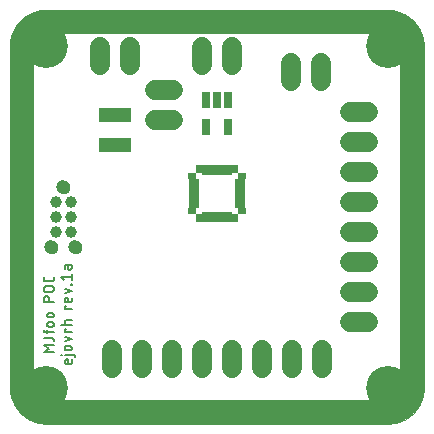
<source format=gts>
G04 EAGLE Gerber RS-274X export*
G75*
%MOMM*%
%FSLAX35Y35*%
%LPD*%
%INsolder_mask_top*%
%IPPOS*%
%AMOC8*
5,1,8,0,0,1.08239X$1,22.5*%
G01*
%ADD10C,0.000000*%
%ADD11C,0.127000*%
%ADD12C,2.000000*%
%ADD13R,0.803200X1.403200*%
%ADD14R,0.753200X0.503200*%
%ADD15R,0.953200X0.503200*%
%ADD16R,0.503200X0.753200*%
%ADD17R,0.503200X0.953200*%
%ADD18R,0.653200X1.303200*%
%ADD19C,0.990600*%
%ADD20C,1.193800*%
%ADD21C,1.727200*%
%ADD22C,3.719200*%
%ADD23C,0.953200*%


D10*
X100Y3199800D02*
X100Y299800D01*
X188Y292551D01*
X450Y285306D01*
X888Y278070D01*
X1501Y270846D01*
X2287Y263639D01*
X3248Y256453D01*
X4382Y249293D01*
X5689Y242162D01*
X7168Y235065D01*
X8817Y228005D01*
X10637Y220988D01*
X12626Y214016D01*
X14783Y207095D01*
X17106Y200228D01*
X19595Y193419D01*
X22248Y186672D01*
X25062Y179991D01*
X28038Y173380D01*
X31172Y166843D01*
X34463Y160383D01*
X37910Y154005D01*
X41509Y147712D01*
X45260Y141508D01*
X49159Y135396D01*
X53205Y129381D01*
X57395Y123464D01*
X61727Y117651D01*
X66198Y111944D01*
X70805Y106347D01*
X75547Y100863D01*
X80419Y95495D01*
X85420Y90247D01*
X90547Y85120D01*
X95795Y80119D01*
X101163Y75247D01*
X106647Y70505D01*
X112244Y65898D01*
X117951Y61427D01*
X123764Y57095D01*
X129681Y52905D01*
X135696Y48859D01*
X141808Y44960D01*
X148012Y41209D01*
X154305Y37610D01*
X160683Y34163D01*
X167143Y30872D01*
X173680Y27738D01*
X180291Y24762D01*
X186972Y21948D01*
X193719Y19295D01*
X200528Y16806D01*
X207395Y14483D01*
X214316Y12326D01*
X221288Y10337D01*
X228305Y8517D01*
X235365Y6868D01*
X242462Y5389D01*
X249593Y4082D01*
X256753Y2948D01*
X263939Y1987D01*
X271146Y1201D01*
X278370Y588D01*
X285606Y150D01*
X292851Y-112D01*
X300100Y-200D01*
X3200100Y-200D01*
X3207349Y-112D01*
X3214594Y150D01*
X3221830Y588D01*
X3229054Y1201D01*
X3236261Y1987D01*
X3243447Y2948D01*
X3250607Y4082D01*
X3257738Y5389D01*
X3264835Y6868D01*
X3271895Y8517D01*
X3278912Y10337D01*
X3285884Y12326D01*
X3292805Y14483D01*
X3299672Y16806D01*
X3306481Y19295D01*
X3313228Y21948D01*
X3319909Y24762D01*
X3326520Y27738D01*
X3333057Y30872D01*
X3339517Y34163D01*
X3345895Y37610D01*
X3352188Y41209D01*
X3358392Y44960D01*
X3364504Y48859D01*
X3370519Y52905D01*
X3376436Y57095D01*
X3382249Y61427D01*
X3387956Y65898D01*
X3393553Y70505D01*
X3399037Y75247D01*
X3404405Y80119D01*
X3409653Y85120D01*
X3414780Y90247D01*
X3419781Y95495D01*
X3424653Y100863D01*
X3429395Y106347D01*
X3434002Y111944D01*
X3438473Y117651D01*
X3442805Y123464D01*
X3446995Y129381D01*
X3451041Y135396D01*
X3454940Y141508D01*
X3458691Y147712D01*
X3462290Y154005D01*
X3465737Y160383D01*
X3469028Y166843D01*
X3472162Y173380D01*
X3475138Y179991D01*
X3477952Y186672D01*
X3480605Y193419D01*
X3483094Y200228D01*
X3485417Y207095D01*
X3487574Y214016D01*
X3489563Y220988D01*
X3491383Y228005D01*
X3493032Y235065D01*
X3494511Y242162D01*
X3495818Y249293D01*
X3496952Y256453D01*
X3497913Y263639D01*
X3498699Y270846D01*
X3499312Y278070D01*
X3499750Y285306D01*
X3500012Y292551D01*
X3500100Y299800D01*
X3500100Y3199800D01*
X3500012Y3207049D01*
X3499750Y3214294D01*
X3499312Y3221530D01*
X3498699Y3228754D01*
X3497913Y3235961D01*
X3496952Y3243147D01*
X3495818Y3250307D01*
X3494511Y3257438D01*
X3493032Y3264535D01*
X3491383Y3271595D01*
X3489563Y3278612D01*
X3487574Y3285584D01*
X3485417Y3292505D01*
X3483094Y3299372D01*
X3480605Y3306181D01*
X3477952Y3312928D01*
X3475138Y3319609D01*
X3472162Y3326220D01*
X3469028Y3332757D01*
X3465737Y3339217D01*
X3462290Y3345595D01*
X3458691Y3351888D01*
X3454940Y3358092D01*
X3451041Y3364204D01*
X3446995Y3370219D01*
X3442805Y3376136D01*
X3438473Y3381949D01*
X3434002Y3387656D01*
X3429395Y3393253D01*
X3424653Y3398737D01*
X3419781Y3404105D01*
X3414780Y3409353D01*
X3409653Y3414480D01*
X3404405Y3419481D01*
X3399037Y3424353D01*
X3393553Y3429095D01*
X3387956Y3433702D01*
X3382249Y3438173D01*
X3376436Y3442505D01*
X3370519Y3446695D01*
X3364504Y3450741D01*
X3358392Y3454640D01*
X3352188Y3458391D01*
X3345895Y3461990D01*
X3339517Y3465437D01*
X3333057Y3468728D01*
X3326520Y3471862D01*
X3319909Y3474838D01*
X3313228Y3477652D01*
X3306481Y3480305D01*
X3299672Y3482794D01*
X3292805Y3485117D01*
X3285884Y3487274D01*
X3278912Y3489263D01*
X3271895Y3491083D01*
X3264835Y3492732D01*
X3257738Y3494211D01*
X3250607Y3495518D01*
X3243447Y3496652D01*
X3236261Y3497613D01*
X3229054Y3498399D01*
X3221830Y3499012D01*
X3214594Y3499450D01*
X3207349Y3499712D01*
X3200100Y3499800D01*
X300100Y3499800D01*
X292851Y3499712D01*
X285606Y3499450D01*
X278370Y3499012D01*
X271146Y3498399D01*
X263939Y3497613D01*
X256753Y3496652D01*
X249593Y3495518D01*
X242462Y3494211D01*
X235365Y3492732D01*
X228305Y3491083D01*
X221288Y3489263D01*
X214316Y3487274D01*
X207395Y3485117D01*
X200528Y3482794D01*
X193719Y3480305D01*
X186972Y3477652D01*
X180291Y3474838D01*
X173680Y3471862D01*
X167143Y3468728D01*
X160683Y3465437D01*
X154305Y3461990D01*
X148012Y3458391D01*
X141808Y3454640D01*
X135696Y3450741D01*
X129681Y3446695D01*
X123764Y3442505D01*
X117951Y3438173D01*
X112244Y3433702D01*
X106647Y3429095D01*
X101163Y3424353D01*
X95795Y3419481D01*
X90547Y3414480D01*
X85420Y3409353D01*
X80419Y3404105D01*
X75547Y3398737D01*
X70805Y3393253D01*
X66198Y3387656D01*
X61727Y3381949D01*
X57395Y3376136D01*
X53205Y3370219D01*
X49159Y3364204D01*
X45260Y3358092D01*
X41509Y3351888D01*
X37910Y3345595D01*
X34463Y3339217D01*
X31172Y3332757D01*
X28038Y3326220D01*
X25062Y3319609D01*
X22248Y3312928D01*
X19595Y3306181D01*
X17106Y3299372D01*
X14783Y3292505D01*
X12626Y3285584D01*
X10637Y3278612D01*
X8817Y3271595D01*
X7168Y3264535D01*
X5689Y3257438D01*
X4382Y3250307D01*
X3248Y3243147D01*
X2287Y3235961D01*
X1501Y3228754D01*
X888Y3221530D01*
X450Y3214294D01*
X188Y3207049D01*
X100Y3199800D01*
D11*
X281350Y604844D02*
X368650Y604844D01*
X329850Y633944D02*
X281350Y604844D01*
X329850Y633944D02*
X281350Y663044D01*
X368650Y663044D01*
X349250Y727668D02*
X281350Y727668D01*
X349250Y727668D02*
X349719Y727662D01*
X350187Y727645D01*
X350655Y727617D01*
X351122Y727577D01*
X351588Y727527D01*
X352053Y727464D01*
X352516Y727391D01*
X352977Y727307D01*
X353436Y727211D01*
X353893Y727104D01*
X354347Y726987D01*
X354797Y726858D01*
X355245Y726718D01*
X355689Y726568D01*
X356129Y726407D01*
X356566Y726236D01*
X356998Y726054D01*
X357425Y725861D01*
X357848Y725659D01*
X358266Y725446D01*
X358678Y725223D01*
X359085Y724990D01*
X359486Y724748D01*
X359881Y724496D01*
X360270Y724234D01*
X360653Y723963D01*
X361029Y723683D01*
X361398Y723394D01*
X361760Y723096D01*
X362115Y722789D01*
X362462Y722474D01*
X362801Y722151D01*
X363133Y721819D01*
X363456Y721480D01*
X363771Y721133D01*
X364078Y720778D01*
X364376Y720416D01*
X364665Y720047D01*
X364945Y719671D01*
X365216Y719288D01*
X365478Y718899D01*
X365730Y718504D01*
X365972Y718103D01*
X366205Y717696D01*
X366428Y717284D01*
X366641Y716866D01*
X366843Y716443D01*
X367036Y716016D01*
X367218Y715584D01*
X367389Y715147D01*
X367550Y714707D01*
X367700Y714263D01*
X367840Y713815D01*
X367969Y713365D01*
X368086Y712911D01*
X368193Y712454D01*
X368289Y711995D01*
X368373Y711534D01*
X368446Y711071D01*
X368509Y710606D01*
X368559Y710140D01*
X368599Y709673D01*
X368627Y709205D01*
X368644Y708737D01*
X368650Y708268D01*
X368650Y698568D01*
X368650Y775164D02*
X295900Y775164D01*
X295548Y775168D01*
X295197Y775181D01*
X294846Y775202D01*
X294496Y775232D01*
X294146Y775270D01*
X293798Y775317D01*
X293450Y775372D01*
X293105Y775435D01*
X292760Y775507D01*
X292418Y775587D01*
X292078Y775675D01*
X291739Y775772D01*
X291404Y775876D01*
X291071Y775989D01*
X290740Y776110D01*
X290413Y776238D01*
X290089Y776375D01*
X289769Y776519D01*
X289452Y776671D01*
X289138Y776831D01*
X288829Y776998D01*
X288524Y777172D01*
X288223Y777354D01*
X287926Y777543D01*
X287635Y777740D01*
X287348Y777943D01*
X287066Y778153D01*
X286789Y778370D01*
X286518Y778593D01*
X286252Y778823D01*
X285991Y779059D01*
X285737Y779302D01*
X285488Y779551D01*
X285245Y779805D01*
X285009Y780066D01*
X284779Y780332D01*
X284556Y780603D01*
X284339Y780880D01*
X284129Y781162D01*
X283926Y781449D01*
X283729Y781740D01*
X283540Y782037D01*
X283358Y782338D01*
X283184Y782643D01*
X283017Y782952D01*
X282857Y783266D01*
X282705Y783583D01*
X282561Y783903D01*
X282424Y784227D01*
X282296Y784554D01*
X282175Y784885D01*
X282062Y785218D01*
X281958Y785553D01*
X281861Y785892D01*
X281773Y786232D01*
X281693Y786574D01*
X281621Y786919D01*
X281558Y787264D01*
X281503Y787612D01*
X281456Y787960D01*
X281418Y788310D01*
X281388Y788660D01*
X281367Y789011D01*
X281354Y789362D01*
X281350Y789714D01*
X281350Y794564D01*
X310450Y794564D02*
X310450Y765464D01*
X329850Y821544D02*
X349250Y821544D01*
X329850Y821544D02*
X329378Y821550D01*
X328905Y821567D01*
X328434Y821596D01*
X327963Y821636D01*
X327494Y821688D01*
X327025Y821751D01*
X326559Y821825D01*
X326094Y821911D01*
X325632Y822008D01*
X325172Y822116D01*
X324715Y822236D01*
X324261Y822367D01*
X323810Y822508D01*
X323363Y822661D01*
X322920Y822824D01*
X322481Y822998D01*
X322046Y823183D01*
X321616Y823378D01*
X321190Y823584D01*
X320770Y823800D01*
X320355Y824026D01*
X319946Y824262D01*
X319543Y824509D01*
X319146Y824764D01*
X318755Y825030D01*
X318371Y825305D01*
X317993Y825589D01*
X317623Y825882D01*
X317260Y826184D01*
X316904Y826495D01*
X316556Y826815D01*
X316216Y827143D01*
X315884Y827479D01*
X315560Y827823D01*
X315245Y828175D01*
X314938Y828534D01*
X314640Y828901D01*
X314352Y829275D01*
X314072Y829656D01*
X313802Y830043D01*
X313541Y830438D01*
X313290Y830838D01*
X313049Y831244D01*
X312818Y831656D01*
X312597Y832073D01*
X312386Y832496D01*
X312185Y832924D01*
X311995Y833357D01*
X311816Y833794D01*
X311647Y834235D01*
X311489Y834680D01*
X311342Y835129D01*
X311206Y835581D01*
X311081Y836037D01*
X310967Y836496D01*
X310864Y836957D01*
X310773Y837420D01*
X310693Y837886D01*
X310624Y838353D01*
X310566Y838822D01*
X310520Y839292D01*
X310486Y839764D01*
X310463Y840235D01*
X310451Y840708D01*
X310451Y841180D01*
X310463Y841653D01*
X310486Y842124D01*
X310520Y842596D01*
X310566Y843066D01*
X310624Y843535D01*
X310693Y844002D01*
X310773Y844468D01*
X310864Y844931D01*
X310967Y845392D01*
X311081Y845851D01*
X311206Y846307D01*
X311342Y846759D01*
X311489Y847208D01*
X311647Y847653D01*
X311816Y848094D01*
X311995Y848531D01*
X312185Y848964D01*
X312386Y849392D01*
X312597Y849815D01*
X312818Y850232D01*
X313049Y850644D01*
X313290Y851050D01*
X313541Y851450D01*
X313802Y851845D01*
X314072Y852232D01*
X314352Y852613D01*
X314640Y852987D01*
X314938Y853354D01*
X315245Y853713D01*
X315560Y854065D01*
X315884Y854409D01*
X316216Y854745D01*
X316556Y855073D01*
X316904Y855393D01*
X317260Y855704D01*
X317623Y856006D01*
X317993Y856299D01*
X318371Y856583D01*
X318755Y856858D01*
X319146Y857124D01*
X319543Y857379D01*
X319946Y857626D01*
X320355Y857862D01*
X320770Y858088D01*
X321190Y858304D01*
X321616Y858510D01*
X322046Y858705D01*
X322481Y858890D01*
X322920Y859064D01*
X323363Y859227D01*
X323810Y859380D01*
X324261Y859521D01*
X324715Y859652D01*
X325172Y859772D01*
X325632Y859880D01*
X326094Y859977D01*
X326559Y860063D01*
X327025Y860137D01*
X327494Y860200D01*
X327963Y860252D01*
X328434Y860292D01*
X328905Y860321D01*
X329378Y860338D01*
X329850Y860344D01*
X349250Y860344D01*
X349722Y860338D01*
X350195Y860321D01*
X350666Y860292D01*
X351137Y860252D01*
X351606Y860200D01*
X352075Y860137D01*
X352541Y860063D01*
X353006Y859977D01*
X353468Y859880D01*
X353928Y859772D01*
X354385Y859652D01*
X354839Y859521D01*
X355290Y859380D01*
X355737Y859227D01*
X356180Y859064D01*
X356619Y858890D01*
X357054Y858705D01*
X357484Y858510D01*
X357910Y858304D01*
X358330Y858088D01*
X358745Y857862D01*
X359154Y857626D01*
X359557Y857379D01*
X359954Y857124D01*
X360345Y856858D01*
X360729Y856583D01*
X361107Y856299D01*
X361477Y856006D01*
X361840Y855704D01*
X362196Y855393D01*
X362544Y855073D01*
X362884Y854745D01*
X363216Y854409D01*
X363540Y854065D01*
X363855Y853713D01*
X364162Y853354D01*
X364460Y852987D01*
X364748Y852613D01*
X365028Y852232D01*
X365298Y851845D01*
X365559Y851450D01*
X365810Y851050D01*
X366051Y850644D01*
X366282Y850232D01*
X366503Y849815D01*
X366714Y849392D01*
X366915Y848964D01*
X367105Y848531D01*
X367284Y848094D01*
X367453Y847653D01*
X367611Y847208D01*
X367758Y846759D01*
X367894Y846307D01*
X368019Y845851D01*
X368133Y845392D01*
X368236Y844931D01*
X368327Y844468D01*
X368407Y844002D01*
X368476Y843535D01*
X368534Y843066D01*
X368580Y842596D01*
X368614Y842124D01*
X368637Y841653D01*
X368649Y841180D01*
X368649Y840708D01*
X368637Y840235D01*
X368614Y839764D01*
X368580Y839292D01*
X368534Y838822D01*
X368476Y838353D01*
X368407Y837886D01*
X368327Y837420D01*
X368236Y836957D01*
X368133Y836496D01*
X368019Y836037D01*
X367894Y835581D01*
X367758Y835129D01*
X367611Y834680D01*
X367453Y834235D01*
X367284Y833794D01*
X367105Y833357D01*
X366915Y832924D01*
X366714Y832496D01*
X366503Y832073D01*
X366282Y831656D01*
X366051Y831244D01*
X365810Y830838D01*
X365559Y830438D01*
X365298Y830043D01*
X365028Y829656D01*
X364748Y829275D01*
X364460Y828901D01*
X364162Y828534D01*
X363855Y828175D01*
X363540Y827823D01*
X363216Y827479D01*
X362884Y827143D01*
X362544Y826815D01*
X362196Y826495D01*
X361840Y826184D01*
X361477Y825882D01*
X361107Y825589D01*
X360729Y825305D01*
X360345Y825030D01*
X359954Y824764D01*
X359557Y824509D01*
X359154Y824262D01*
X358745Y824026D01*
X358330Y823800D01*
X357910Y823584D01*
X357484Y823378D01*
X357054Y823183D01*
X356619Y822998D01*
X356180Y822824D01*
X355737Y822661D01*
X355290Y822508D01*
X354839Y822367D01*
X354385Y822236D01*
X353928Y822116D01*
X353468Y822008D01*
X353006Y821911D01*
X352541Y821825D01*
X352075Y821751D01*
X351606Y821688D01*
X351137Y821636D01*
X350666Y821596D01*
X350195Y821567D01*
X349722Y821550D01*
X349250Y821544D01*
X349250Y899544D02*
X329850Y899544D01*
X329378Y899550D01*
X328905Y899567D01*
X328434Y899596D01*
X327963Y899636D01*
X327494Y899688D01*
X327025Y899751D01*
X326559Y899825D01*
X326094Y899911D01*
X325632Y900008D01*
X325172Y900116D01*
X324715Y900236D01*
X324261Y900367D01*
X323810Y900508D01*
X323363Y900661D01*
X322920Y900824D01*
X322481Y900998D01*
X322046Y901183D01*
X321616Y901378D01*
X321190Y901584D01*
X320770Y901800D01*
X320355Y902026D01*
X319946Y902262D01*
X319543Y902509D01*
X319146Y902764D01*
X318755Y903030D01*
X318371Y903305D01*
X317993Y903589D01*
X317623Y903882D01*
X317260Y904184D01*
X316904Y904495D01*
X316556Y904815D01*
X316216Y905143D01*
X315884Y905479D01*
X315560Y905823D01*
X315245Y906175D01*
X314938Y906534D01*
X314640Y906901D01*
X314352Y907275D01*
X314072Y907656D01*
X313802Y908043D01*
X313541Y908438D01*
X313290Y908838D01*
X313049Y909244D01*
X312818Y909656D01*
X312597Y910073D01*
X312386Y910496D01*
X312185Y910924D01*
X311995Y911357D01*
X311816Y911794D01*
X311647Y912235D01*
X311489Y912680D01*
X311342Y913129D01*
X311206Y913581D01*
X311081Y914037D01*
X310967Y914496D01*
X310864Y914957D01*
X310773Y915420D01*
X310693Y915886D01*
X310624Y916353D01*
X310566Y916822D01*
X310520Y917292D01*
X310486Y917764D01*
X310463Y918235D01*
X310451Y918708D01*
X310451Y919180D01*
X310463Y919653D01*
X310486Y920124D01*
X310520Y920596D01*
X310566Y921066D01*
X310624Y921535D01*
X310693Y922002D01*
X310773Y922468D01*
X310864Y922931D01*
X310967Y923392D01*
X311081Y923851D01*
X311206Y924307D01*
X311342Y924759D01*
X311489Y925208D01*
X311647Y925653D01*
X311816Y926094D01*
X311995Y926531D01*
X312185Y926964D01*
X312386Y927392D01*
X312597Y927815D01*
X312818Y928232D01*
X313049Y928644D01*
X313290Y929050D01*
X313541Y929450D01*
X313802Y929845D01*
X314072Y930232D01*
X314352Y930613D01*
X314640Y930987D01*
X314938Y931354D01*
X315245Y931713D01*
X315560Y932065D01*
X315884Y932409D01*
X316216Y932745D01*
X316556Y933073D01*
X316904Y933393D01*
X317260Y933704D01*
X317623Y934006D01*
X317993Y934299D01*
X318371Y934583D01*
X318755Y934858D01*
X319146Y935124D01*
X319543Y935379D01*
X319946Y935626D01*
X320355Y935862D01*
X320770Y936088D01*
X321190Y936304D01*
X321616Y936510D01*
X322046Y936705D01*
X322481Y936890D01*
X322920Y937064D01*
X323363Y937227D01*
X323810Y937380D01*
X324261Y937521D01*
X324715Y937652D01*
X325172Y937772D01*
X325632Y937880D01*
X326094Y937977D01*
X326559Y938063D01*
X327025Y938137D01*
X327494Y938200D01*
X327963Y938252D01*
X328434Y938292D01*
X328905Y938321D01*
X329378Y938338D01*
X329850Y938344D01*
X349250Y938344D01*
X349722Y938338D01*
X350195Y938321D01*
X350666Y938292D01*
X351137Y938252D01*
X351606Y938200D01*
X352075Y938137D01*
X352541Y938063D01*
X353006Y937977D01*
X353468Y937880D01*
X353928Y937772D01*
X354385Y937652D01*
X354839Y937521D01*
X355290Y937380D01*
X355737Y937227D01*
X356180Y937064D01*
X356619Y936890D01*
X357054Y936705D01*
X357484Y936510D01*
X357910Y936304D01*
X358330Y936088D01*
X358745Y935862D01*
X359154Y935626D01*
X359557Y935379D01*
X359954Y935124D01*
X360345Y934858D01*
X360729Y934583D01*
X361107Y934299D01*
X361477Y934006D01*
X361840Y933704D01*
X362196Y933393D01*
X362544Y933073D01*
X362884Y932745D01*
X363216Y932409D01*
X363540Y932065D01*
X363855Y931713D01*
X364162Y931354D01*
X364460Y930987D01*
X364748Y930613D01*
X365028Y930232D01*
X365298Y929845D01*
X365559Y929450D01*
X365810Y929050D01*
X366051Y928644D01*
X366282Y928232D01*
X366503Y927815D01*
X366714Y927392D01*
X366915Y926964D01*
X367105Y926531D01*
X367284Y926094D01*
X367453Y925653D01*
X367611Y925208D01*
X367758Y924759D01*
X367894Y924307D01*
X368019Y923851D01*
X368133Y923392D01*
X368236Y922931D01*
X368327Y922468D01*
X368407Y922002D01*
X368476Y921535D01*
X368534Y921066D01*
X368580Y920596D01*
X368614Y920124D01*
X368637Y919653D01*
X368649Y919180D01*
X368649Y918708D01*
X368637Y918235D01*
X368614Y917764D01*
X368580Y917292D01*
X368534Y916822D01*
X368476Y916353D01*
X368407Y915886D01*
X368327Y915420D01*
X368236Y914957D01*
X368133Y914496D01*
X368019Y914037D01*
X367894Y913581D01*
X367758Y913129D01*
X367611Y912680D01*
X367453Y912235D01*
X367284Y911794D01*
X367105Y911357D01*
X366915Y910924D01*
X366714Y910496D01*
X366503Y910073D01*
X366282Y909656D01*
X366051Y909244D01*
X365810Y908838D01*
X365559Y908438D01*
X365298Y908043D01*
X365028Y907656D01*
X364748Y907275D01*
X364460Y906901D01*
X364162Y906534D01*
X363855Y906175D01*
X363540Y905823D01*
X363216Y905479D01*
X362884Y905143D01*
X362544Y904815D01*
X362196Y904495D01*
X361840Y904184D01*
X361477Y903882D01*
X361107Y903589D01*
X360729Y903305D01*
X360345Y903030D01*
X359954Y902764D01*
X359557Y902509D01*
X359154Y902262D01*
X358745Y902026D01*
X358330Y901800D01*
X357910Y901584D01*
X357484Y901378D01*
X357054Y901183D01*
X356619Y900998D01*
X356180Y900824D01*
X355737Y900661D01*
X355290Y900508D01*
X354839Y900367D01*
X354385Y900236D01*
X353928Y900116D01*
X353468Y900008D01*
X353006Y899911D01*
X352541Y899825D01*
X352075Y899751D01*
X351606Y899688D01*
X351137Y899636D01*
X350666Y899596D01*
X350195Y899567D01*
X349722Y899550D01*
X349250Y899544D01*
X368650Y1031419D02*
X281350Y1031419D01*
X281350Y1055669D01*
X281357Y1056260D01*
X281379Y1056850D01*
X281415Y1057439D01*
X281465Y1058028D01*
X281530Y1058615D01*
X281608Y1059200D01*
X281702Y1059783D01*
X281809Y1060364D01*
X281930Y1060942D01*
X282066Y1061517D01*
X282215Y1062088D01*
X282378Y1062655D01*
X282555Y1063219D01*
X282746Y1063778D01*
X282950Y1064332D01*
X283168Y1064881D01*
X283399Y1065424D01*
X283643Y1065962D01*
X283900Y1066494D01*
X284170Y1067019D01*
X284453Y1067537D01*
X284748Y1068049D01*
X285056Y1068553D01*
X285376Y1069049D01*
X285707Y1069538D01*
X286051Y1070018D01*
X286406Y1070490D01*
X286773Y1070953D01*
X287151Y1071407D01*
X287539Y1071851D01*
X287939Y1072286D01*
X288349Y1072712D01*
X288769Y1073127D01*
X289199Y1073531D01*
X289639Y1073925D01*
X290088Y1074309D01*
X290546Y1074681D01*
X291014Y1075042D01*
X291490Y1075391D01*
X291974Y1075729D01*
X292467Y1076055D01*
X292967Y1076369D01*
X293475Y1076670D01*
X293990Y1076959D01*
X294512Y1077236D01*
X295040Y1077499D01*
X295575Y1077750D01*
X296116Y1077987D01*
X296662Y1078212D01*
X297214Y1078423D01*
X297770Y1078620D01*
X298331Y1078804D01*
X298897Y1078974D01*
X299466Y1079130D01*
X300039Y1079273D01*
X300616Y1079401D01*
X301195Y1079516D01*
X301777Y1079616D01*
X302362Y1079702D01*
X302948Y1079774D01*
X303536Y1079831D01*
X304124Y1079874D01*
X304714Y1079903D01*
X305305Y1079917D01*
X305895Y1079917D01*
X306486Y1079903D01*
X307076Y1079874D01*
X307664Y1079831D01*
X308252Y1079774D01*
X308838Y1079702D01*
X309423Y1079616D01*
X310005Y1079516D01*
X310584Y1079401D01*
X311161Y1079273D01*
X311734Y1079130D01*
X312303Y1078974D01*
X312869Y1078804D01*
X313430Y1078620D01*
X313986Y1078423D01*
X314538Y1078212D01*
X315084Y1077987D01*
X315625Y1077750D01*
X316160Y1077499D01*
X316688Y1077236D01*
X317210Y1076959D01*
X317725Y1076670D01*
X318233Y1076369D01*
X318733Y1076055D01*
X319226Y1075729D01*
X319710Y1075391D01*
X320186Y1075042D01*
X320654Y1074681D01*
X321112Y1074309D01*
X321561Y1073925D01*
X322001Y1073531D01*
X322431Y1073127D01*
X322851Y1072712D01*
X323261Y1072286D01*
X323661Y1071851D01*
X324049Y1071407D01*
X324427Y1070953D01*
X324794Y1070490D01*
X325149Y1070018D01*
X325493Y1069538D01*
X325824Y1069049D01*
X326144Y1068553D01*
X326452Y1068049D01*
X326747Y1067537D01*
X327030Y1067019D01*
X327300Y1066494D01*
X327557Y1065962D01*
X327801Y1065424D01*
X328032Y1064881D01*
X328250Y1064332D01*
X328454Y1063778D01*
X328645Y1063219D01*
X328822Y1062655D01*
X328985Y1062088D01*
X329134Y1061517D01*
X329270Y1060942D01*
X329391Y1060364D01*
X329498Y1059783D01*
X329592Y1059200D01*
X329670Y1058615D01*
X329735Y1058028D01*
X329785Y1057439D01*
X329821Y1056850D01*
X329843Y1056260D01*
X329850Y1055669D01*
X329850Y1031419D01*
X344400Y1116694D02*
X305600Y1116694D01*
X305009Y1116701D01*
X304419Y1116723D01*
X303830Y1116759D01*
X303241Y1116809D01*
X302654Y1116874D01*
X302069Y1116952D01*
X301486Y1117046D01*
X300905Y1117153D01*
X300327Y1117274D01*
X299752Y1117410D01*
X299181Y1117559D01*
X298614Y1117722D01*
X298050Y1117899D01*
X297491Y1118090D01*
X296937Y1118294D01*
X296388Y1118512D01*
X295845Y1118743D01*
X295307Y1118987D01*
X294775Y1119244D01*
X294250Y1119514D01*
X293732Y1119797D01*
X293220Y1120092D01*
X292716Y1120400D01*
X292220Y1120720D01*
X291731Y1121051D01*
X291251Y1121395D01*
X290779Y1121750D01*
X290316Y1122117D01*
X289862Y1122495D01*
X289418Y1122883D01*
X288983Y1123283D01*
X288557Y1123693D01*
X288142Y1124113D01*
X287738Y1124543D01*
X287344Y1124983D01*
X286960Y1125432D01*
X286588Y1125890D01*
X286227Y1126358D01*
X285878Y1126834D01*
X285540Y1127318D01*
X285214Y1127811D01*
X284900Y1128311D01*
X284599Y1128819D01*
X284310Y1129334D01*
X284033Y1129856D01*
X283770Y1130384D01*
X283519Y1130919D01*
X283282Y1131460D01*
X283057Y1132006D01*
X282846Y1132558D01*
X282649Y1133114D01*
X282465Y1133675D01*
X282295Y1134241D01*
X282139Y1134810D01*
X281996Y1135383D01*
X281868Y1135960D01*
X281753Y1136539D01*
X281653Y1137121D01*
X281567Y1137706D01*
X281495Y1138292D01*
X281438Y1138880D01*
X281395Y1139468D01*
X281366Y1140058D01*
X281352Y1140649D01*
X281352Y1141239D01*
X281366Y1141830D01*
X281395Y1142420D01*
X281438Y1143008D01*
X281495Y1143596D01*
X281567Y1144182D01*
X281653Y1144767D01*
X281753Y1145349D01*
X281868Y1145928D01*
X281996Y1146505D01*
X282139Y1147078D01*
X282295Y1147647D01*
X282465Y1148213D01*
X282649Y1148774D01*
X282846Y1149330D01*
X283057Y1149882D01*
X283282Y1150428D01*
X283519Y1150969D01*
X283770Y1151504D01*
X284033Y1152032D01*
X284310Y1152554D01*
X284599Y1153069D01*
X284900Y1153577D01*
X285214Y1154077D01*
X285540Y1154570D01*
X285878Y1155054D01*
X286227Y1155530D01*
X286588Y1155998D01*
X286960Y1156456D01*
X287344Y1156905D01*
X287738Y1157345D01*
X288142Y1157775D01*
X288557Y1158195D01*
X288983Y1158605D01*
X289418Y1159005D01*
X289862Y1159393D01*
X290316Y1159771D01*
X290779Y1160138D01*
X291251Y1160493D01*
X291731Y1160837D01*
X292220Y1161168D01*
X292716Y1161488D01*
X293220Y1161796D01*
X293732Y1162091D01*
X294250Y1162374D01*
X294775Y1162644D01*
X295307Y1162901D01*
X295845Y1163145D01*
X296388Y1163376D01*
X296937Y1163594D01*
X297491Y1163798D01*
X298050Y1163989D01*
X298614Y1164166D01*
X299181Y1164329D01*
X299752Y1164478D01*
X300327Y1164614D01*
X300905Y1164735D01*
X301486Y1164842D01*
X302069Y1164936D01*
X302654Y1165014D01*
X303241Y1165079D01*
X303830Y1165129D01*
X304419Y1165165D01*
X305009Y1165187D01*
X305600Y1165194D01*
X344400Y1165194D01*
X344991Y1165187D01*
X345581Y1165165D01*
X346170Y1165129D01*
X346759Y1165079D01*
X347346Y1165014D01*
X347931Y1164936D01*
X348514Y1164842D01*
X349095Y1164735D01*
X349673Y1164614D01*
X350248Y1164478D01*
X350819Y1164329D01*
X351386Y1164166D01*
X351950Y1163989D01*
X352509Y1163798D01*
X353063Y1163594D01*
X353612Y1163376D01*
X354155Y1163145D01*
X354693Y1162901D01*
X355225Y1162644D01*
X355750Y1162374D01*
X356268Y1162091D01*
X356780Y1161796D01*
X357284Y1161488D01*
X357780Y1161168D01*
X358269Y1160837D01*
X358749Y1160493D01*
X359221Y1160138D01*
X359684Y1159771D01*
X360138Y1159393D01*
X360582Y1159005D01*
X361017Y1158605D01*
X361443Y1158195D01*
X361858Y1157775D01*
X362262Y1157345D01*
X362656Y1156905D01*
X363040Y1156456D01*
X363412Y1155998D01*
X363773Y1155530D01*
X364122Y1155054D01*
X364460Y1154570D01*
X364786Y1154077D01*
X365100Y1153577D01*
X365401Y1153069D01*
X365690Y1152554D01*
X365967Y1152032D01*
X366230Y1151504D01*
X366481Y1150969D01*
X366718Y1150428D01*
X366943Y1149882D01*
X367154Y1149330D01*
X367351Y1148774D01*
X367535Y1148213D01*
X367705Y1147647D01*
X367861Y1147078D01*
X368004Y1146505D01*
X368132Y1145928D01*
X368247Y1145349D01*
X368347Y1144767D01*
X368433Y1144182D01*
X368505Y1143596D01*
X368562Y1143008D01*
X368605Y1142420D01*
X368634Y1141830D01*
X368648Y1141239D01*
X368648Y1140649D01*
X368634Y1140058D01*
X368605Y1139468D01*
X368562Y1138880D01*
X368505Y1138292D01*
X368433Y1137706D01*
X368347Y1137121D01*
X368247Y1136539D01*
X368132Y1135960D01*
X368004Y1135383D01*
X367861Y1134810D01*
X367705Y1134241D01*
X367535Y1133675D01*
X367351Y1133114D01*
X367154Y1132558D01*
X366943Y1132006D01*
X366718Y1131460D01*
X366481Y1130919D01*
X366230Y1130384D01*
X365967Y1129856D01*
X365690Y1129334D01*
X365401Y1128819D01*
X365100Y1128311D01*
X364786Y1127811D01*
X364460Y1127318D01*
X364122Y1126834D01*
X363773Y1126358D01*
X363412Y1125890D01*
X363040Y1125432D01*
X362656Y1124983D01*
X362262Y1124543D01*
X361858Y1124113D01*
X361443Y1123693D01*
X361017Y1123283D01*
X360582Y1122883D01*
X360138Y1122495D01*
X359684Y1122117D01*
X359221Y1121750D01*
X358749Y1121395D01*
X358269Y1121051D01*
X357780Y1120720D01*
X357284Y1120400D01*
X356780Y1120092D01*
X356268Y1119797D01*
X355750Y1119514D01*
X355225Y1119244D01*
X354693Y1118987D01*
X354155Y1118743D01*
X353612Y1118512D01*
X353063Y1118294D01*
X352509Y1118090D01*
X351950Y1117899D01*
X351386Y1117722D01*
X350819Y1117559D01*
X350248Y1117410D01*
X349673Y1117274D01*
X349095Y1117153D01*
X348514Y1117046D01*
X347931Y1116952D01*
X347346Y1116874D01*
X346759Y1116809D01*
X346170Y1116759D01*
X345581Y1116723D01*
X344991Y1116701D01*
X344400Y1116694D01*
X368650Y1225756D02*
X368650Y1245156D01*
X368650Y1225756D02*
X368644Y1225287D01*
X368627Y1224819D01*
X368599Y1224351D01*
X368559Y1223884D01*
X368509Y1223418D01*
X368446Y1222953D01*
X368373Y1222490D01*
X368289Y1222029D01*
X368193Y1221570D01*
X368086Y1221113D01*
X367969Y1220659D01*
X367840Y1220209D01*
X367700Y1219761D01*
X367550Y1219317D01*
X367389Y1218877D01*
X367218Y1218440D01*
X367036Y1218008D01*
X366843Y1217581D01*
X366641Y1217158D01*
X366428Y1216740D01*
X366205Y1216328D01*
X365972Y1215921D01*
X365730Y1215520D01*
X365478Y1215125D01*
X365216Y1214736D01*
X364945Y1214353D01*
X364665Y1213977D01*
X364376Y1213608D01*
X364078Y1213246D01*
X363771Y1212891D01*
X363456Y1212544D01*
X363133Y1212205D01*
X362801Y1211873D01*
X362462Y1211550D01*
X362115Y1211235D01*
X361760Y1210928D01*
X361398Y1210630D01*
X361029Y1210341D01*
X360653Y1210061D01*
X360270Y1209790D01*
X359881Y1209528D01*
X359486Y1209276D01*
X359085Y1209034D01*
X358678Y1208801D01*
X358266Y1208578D01*
X357848Y1208365D01*
X357425Y1208163D01*
X356998Y1207970D01*
X356566Y1207788D01*
X356129Y1207617D01*
X355689Y1207456D01*
X355245Y1207306D01*
X354797Y1207166D01*
X354347Y1207037D01*
X353893Y1206920D01*
X353436Y1206813D01*
X352977Y1206717D01*
X352516Y1206633D01*
X352053Y1206560D01*
X351588Y1206497D01*
X351122Y1206447D01*
X350655Y1206407D01*
X350187Y1206379D01*
X349719Y1206362D01*
X349250Y1206356D01*
X300750Y1206356D01*
X300281Y1206362D01*
X299813Y1206379D01*
X299345Y1206407D01*
X298878Y1206447D01*
X298412Y1206497D01*
X297947Y1206560D01*
X297484Y1206633D01*
X297023Y1206717D01*
X296564Y1206813D01*
X296107Y1206920D01*
X295653Y1207037D01*
X295203Y1207166D01*
X294755Y1207306D01*
X294311Y1207456D01*
X293871Y1207617D01*
X293434Y1207788D01*
X293002Y1207970D01*
X292575Y1208163D01*
X292152Y1208365D01*
X291734Y1208578D01*
X291322Y1208801D01*
X290915Y1209034D01*
X290514Y1209276D01*
X290119Y1209528D01*
X289730Y1209790D01*
X289347Y1210061D01*
X288971Y1210341D01*
X288602Y1210630D01*
X288240Y1210928D01*
X287885Y1211235D01*
X287538Y1211550D01*
X287199Y1211873D01*
X286867Y1212205D01*
X286544Y1212544D01*
X286229Y1212891D01*
X285922Y1213246D01*
X285624Y1213608D01*
X285335Y1213977D01*
X285055Y1214353D01*
X284784Y1214736D01*
X284522Y1215125D01*
X284270Y1215520D01*
X284028Y1215921D01*
X283795Y1216328D01*
X283572Y1216740D01*
X283359Y1217158D01*
X283157Y1217581D01*
X282964Y1218008D01*
X282782Y1218440D01*
X282611Y1218877D01*
X282450Y1219317D01*
X282300Y1219761D01*
X282160Y1220209D01*
X282031Y1220659D01*
X281914Y1221113D01*
X281807Y1221570D01*
X281711Y1222029D01*
X281627Y1222490D01*
X281554Y1222953D01*
X281491Y1223418D01*
X281441Y1223884D01*
X281401Y1224351D01*
X281373Y1224819D01*
X281356Y1225287D01*
X281350Y1225756D01*
X281350Y1245156D01*
X518650Y545700D02*
X518650Y521450D01*
X518646Y521098D01*
X518633Y520747D01*
X518612Y520396D01*
X518582Y520046D01*
X518544Y519696D01*
X518497Y519348D01*
X518442Y519000D01*
X518379Y518655D01*
X518307Y518310D01*
X518227Y517968D01*
X518139Y517628D01*
X518042Y517289D01*
X517938Y516954D01*
X517825Y516621D01*
X517704Y516290D01*
X517576Y515963D01*
X517439Y515639D01*
X517295Y515319D01*
X517143Y515002D01*
X516983Y514688D01*
X516816Y514379D01*
X516642Y514074D01*
X516460Y513773D01*
X516271Y513476D01*
X516074Y513185D01*
X515871Y512898D01*
X515661Y512616D01*
X515444Y512339D01*
X515221Y512068D01*
X514991Y511802D01*
X514755Y511541D01*
X514512Y511287D01*
X514263Y511038D01*
X514009Y510795D01*
X513748Y510559D01*
X513482Y510329D01*
X513211Y510106D01*
X512934Y509889D01*
X512652Y509679D01*
X512365Y509476D01*
X512074Y509279D01*
X511777Y509090D01*
X511476Y508908D01*
X511171Y508734D01*
X510862Y508567D01*
X510548Y508407D01*
X510231Y508255D01*
X509911Y508111D01*
X509587Y507974D01*
X509260Y507846D01*
X508929Y507725D01*
X508596Y507612D01*
X508261Y507508D01*
X507922Y507411D01*
X507582Y507323D01*
X507240Y507243D01*
X506895Y507171D01*
X506550Y507108D01*
X506202Y507053D01*
X505854Y507006D01*
X505504Y506968D01*
X505154Y506938D01*
X504803Y506917D01*
X504452Y506904D01*
X504100Y506900D01*
X479850Y506900D01*
X479378Y506906D01*
X478905Y506923D01*
X478434Y506952D01*
X477963Y506992D01*
X477494Y507044D01*
X477025Y507107D01*
X476559Y507181D01*
X476094Y507267D01*
X475632Y507364D01*
X475172Y507472D01*
X474715Y507592D01*
X474261Y507723D01*
X473810Y507864D01*
X473363Y508017D01*
X472920Y508180D01*
X472481Y508354D01*
X472046Y508539D01*
X471616Y508734D01*
X471190Y508940D01*
X470770Y509156D01*
X470355Y509382D01*
X469946Y509618D01*
X469543Y509865D01*
X469146Y510120D01*
X468755Y510386D01*
X468371Y510661D01*
X467993Y510945D01*
X467623Y511238D01*
X467260Y511540D01*
X466904Y511851D01*
X466556Y512171D01*
X466216Y512499D01*
X465884Y512835D01*
X465560Y513179D01*
X465245Y513531D01*
X464938Y513890D01*
X464640Y514257D01*
X464352Y514631D01*
X464072Y515012D01*
X463802Y515399D01*
X463541Y515794D01*
X463290Y516194D01*
X463049Y516600D01*
X462818Y517012D01*
X462597Y517429D01*
X462386Y517852D01*
X462185Y518280D01*
X461995Y518713D01*
X461816Y519150D01*
X461647Y519591D01*
X461489Y520036D01*
X461342Y520485D01*
X461206Y520937D01*
X461081Y521393D01*
X460967Y521852D01*
X460864Y522313D01*
X460773Y522776D01*
X460693Y523242D01*
X460624Y523709D01*
X460566Y524178D01*
X460520Y524648D01*
X460486Y525120D01*
X460463Y525591D01*
X460451Y526064D01*
X460451Y526536D01*
X460463Y527009D01*
X460486Y527480D01*
X460520Y527952D01*
X460566Y528422D01*
X460624Y528891D01*
X460693Y529358D01*
X460773Y529824D01*
X460864Y530287D01*
X460967Y530748D01*
X461081Y531207D01*
X461206Y531663D01*
X461342Y532115D01*
X461489Y532564D01*
X461647Y533009D01*
X461816Y533450D01*
X461995Y533887D01*
X462185Y534320D01*
X462386Y534748D01*
X462597Y535171D01*
X462818Y535588D01*
X463049Y536000D01*
X463290Y536406D01*
X463541Y536806D01*
X463802Y537201D01*
X464072Y537588D01*
X464352Y537969D01*
X464640Y538343D01*
X464938Y538710D01*
X465245Y539069D01*
X465560Y539421D01*
X465884Y539765D01*
X466216Y540101D01*
X466556Y540429D01*
X466904Y540749D01*
X467260Y541060D01*
X467623Y541362D01*
X467993Y541655D01*
X468371Y541939D01*
X468755Y542214D01*
X469146Y542480D01*
X469543Y542735D01*
X469946Y542982D01*
X470355Y543218D01*
X470770Y543444D01*
X471190Y543660D01*
X471616Y543866D01*
X472046Y544061D01*
X472481Y544246D01*
X472920Y544420D01*
X473363Y544583D01*
X473810Y544736D01*
X474261Y544877D01*
X474715Y545008D01*
X475172Y545128D01*
X475632Y545236D01*
X476094Y545333D01*
X476559Y545419D01*
X477025Y545493D01*
X477494Y545556D01*
X477963Y545608D01*
X478434Y545648D01*
X478905Y545677D01*
X479378Y545694D01*
X479850Y545700D01*
X489550Y545700D01*
X489550Y506900D01*
X460450Y581288D02*
X533200Y581288D01*
X533552Y581284D01*
X533903Y581271D01*
X534254Y581250D01*
X534604Y581220D01*
X534954Y581182D01*
X535302Y581135D01*
X535650Y581080D01*
X535995Y581017D01*
X536340Y580945D01*
X536682Y580865D01*
X537022Y580777D01*
X537361Y580680D01*
X537696Y580576D01*
X538029Y580463D01*
X538360Y580342D01*
X538687Y580214D01*
X539011Y580077D01*
X539331Y579933D01*
X539648Y579781D01*
X539962Y579621D01*
X540271Y579454D01*
X540576Y579280D01*
X540877Y579098D01*
X541174Y578909D01*
X541465Y578712D01*
X541752Y578509D01*
X542034Y578299D01*
X542311Y578082D01*
X542582Y577859D01*
X542848Y577629D01*
X543109Y577393D01*
X543363Y577150D01*
X543612Y576901D01*
X543855Y576647D01*
X544091Y576386D01*
X544321Y576120D01*
X544544Y575849D01*
X544761Y575572D01*
X544971Y575290D01*
X545174Y575003D01*
X545371Y574712D01*
X545560Y574415D01*
X545742Y574114D01*
X545916Y573809D01*
X546083Y573500D01*
X546243Y573186D01*
X546395Y572869D01*
X546539Y572549D01*
X546676Y572225D01*
X546804Y571898D01*
X546925Y571567D01*
X547038Y571234D01*
X547142Y570899D01*
X547239Y570560D01*
X547327Y570220D01*
X547407Y569878D01*
X547479Y569533D01*
X547542Y569188D01*
X547597Y568840D01*
X547644Y568492D01*
X547682Y568142D01*
X547712Y567792D01*
X547733Y567441D01*
X547746Y567090D01*
X547750Y566738D01*
X547750Y561888D01*
X436200Y578863D02*
X431350Y578863D01*
X431350Y583713D01*
X436200Y583713D01*
X436200Y578863D01*
X479850Y620900D02*
X499250Y620900D01*
X479850Y620900D02*
X479378Y620906D01*
X478905Y620923D01*
X478434Y620952D01*
X477963Y620992D01*
X477494Y621044D01*
X477025Y621107D01*
X476559Y621181D01*
X476094Y621267D01*
X475632Y621364D01*
X475172Y621472D01*
X474715Y621592D01*
X474261Y621723D01*
X473810Y621864D01*
X473363Y622017D01*
X472920Y622180D01*
X472481Y622354D01*
X472046Y622539D01*
X471616Y622734D01*
X471190Y622940D01*
X470770Y623156D01*
X470355Y623382D01*
X469946Y623618D01*
X469543Y623865D01*
X469146Y624120D01*
X468755Y624386D01*
X468371Y624661D01*
X467993Y624945D01*
X467623Y625238D01*
X467260Y625540D01*
X466904Y625851D01*
X466556Y626171D01*
X466216Y626499D01*
X465884Y626835D01*
X465560Y627179D01*
X465245Y627531D01*
X464938Y627890D01*
X464640Y628257D01*
X464352Y628631D01*
X464072Y629012D01*
X463802Y629399D01*
X463541Y629794D01*
X463290Y630194D01*
X463049Y630600D01*
X462818Y631012D01*
X462597Y631429D01*
X462386Y631852D01*
X462185Y632280D01*
X461995Y632713D01*
X461816Y633150D01*
X461647Y633591D01*
X461489Y634036D01*
X461342Y634485D01*
X461206Y634937D01*
X461081Y635393D01*
X460967Y635852D01*
X460864Y636313D01*
X460773Y636776D01*
X460693Y637242D01*
X460624Y637709D01*
X460566Y638178D01*
X460520Y638648D01*
X460486Y639120D01*
X460463Y639591D01*
X460451Y640064D01*
X460451Y640536D01*
X460463Y641009D01*
X460486Y641480D01*
X460520Y641952D01*
X460566Y642422D01*
X460624Y642891D01*
X460693Y643358D01*
X460773Y643824D01*
X460864Y644287D01*
X460967Y644748D01*
X461081Y645207D01*
X461206Y645663D01*
X461342Y646115D01*
X461489Y646564D01*
X461647Y647009D01*
X461816Y647450D01*
X461995Y647887D01*
X462185Y648320D01*
X462386Y648748D01*
X462597Y649171D01*
X462818Y649588D01*
X463049Y650000D01*
X463290Y650406D01*
X463541Y650806D01*
X463802Y651201D01*
X464072Y651588D01*
X464352Y651969D01*
X464640Y652343D01*
X464938Y652710D01*
X465245Y653069D01*
X465560Y653421D01*
X465884Y653765D01*
X466216Y654101D01*
X466556Y654429D01*
X466904Y654749D01*
X467260Y655060D01*
X467623Y655362D01*
X467993Y655655D01*
X468371Y655939D01*
X468755Y656214D01*
X469146Y656480D01*
X469543Y656735D01*
X469946Y656982D01*
X470355Y657218D01*
X470770Y657444D01*
X471190Y657660D01*
X471616Y657866D01*
X472046Y658061D01*
X472481Y658246D01*
X472920Y658420D01*
X473363Y658583D01*
X473810Y658736D01*
X474261Y658877D01*
X474715Y659008D01*
X475172Y659128D01*
X475632Y659236D01*
X476094Y659333D01*
X476559Y659419D01*
X477025Y659493D01*
X477494Y659556D01*
X477963Y659608D01*
X478434Y659648D01*
X478905Y659677D01*
X479378Y659694D01*
X479850Y659700D01*
X499250Y659700D01*
X499722Y659694D01*
X500195Y659677D01*
X500666Y659648D01*
X501137Y659608D01*
X501606Y659556D01*
X502075Y659493D01*
X502541Y659419D01*
X503006Y659333D01*
X503468Y659236D01*
X503928Y659128D01*
X504385Y659008D01*
X504839Y658877D01*
X505290Y658736D01*
X505737Y658583D01*
X506180Y658420D01*
X506619Y658246D01*
X507054Y658061D01*
X507484Y657866D01*
X507910Y657660D01*
X508330Y657444D01*
X508745Y657218D01*
X509154Y656982D01*
X509557Y656735D01*
X509954Y656480D01*
X510345Y656214D01*
X510729Y655939D01*
X511107Y655655D01*
X511477Y655362D01*
X511840Y655060D01*
X512196Y654749D01*
X512544Y654429D01*
X512884Y654101D01*
X513216Y653765D01*
X513540Y653421D01*
X513855Y653069D01*
X514162Y652710D01*
X514460Y652343D01*
X514748Y651969D01*
X515028Y651588D01*
X515298Y651201D01*
X515559Y650806D01*
X515810Y650406D01*
X516051Y650000D01*
X516282Y649588D01*
X516503Y649171D01*
X516714Y648748D01*
X516915Y648320D01*
X517105Y647887D01*
X517284Y647450D01*
X517453Y647009D01*
X517611Y646564D01*
X517758Y646115D01*
X517894Y645663D01*
X518019Y645207D01*
X518133Y644748D01*
X518236Y644287D01*
X518327Y643824D01*
X518407Y643358D01*
X518476Y642891D01*
X518534Y642422D01*
X518580Y641952D01*
X518614Y641480D01*
X518637Y641009D01*
X518649Y640536D01*
X518649Y640064D01*
X518637Y639591D01*
X518614Y639120D01*
X518580Y638648D01*
X518534Y638178D01*
X518476Y637709D01*
X518407Y637242D01*
X518327Y636776D01*
X518236Y636313D01*
X518133Y635852D01*
X518019Y635393D01*
X517894Y634937D01*
X517758Y634485D01*
X517611Y634036D01*
X517453Y633591D01*
X517284Y633150D01*
X517105Y632713D01*
X516915Y632280D01*
X516714Y631852D01*
X516503Y631429D01*
X516282Y631012D01*
X516051Y630600D01*
X515810Y630194D01*
X515559Y629794D01*
X515298Y629399D01*
X515028Y629012D01*
X514748Y628631D01*
X514460Y628257D01*
X514162Y627890D01*
X513855Y627531D01*
X513540Y627179D01*
X513216Y626835D01*
X512884Y626499D01*
X512544Y626171D01*
X512196Y625851D01*
X511840Y625540D01*
X511477Y625238D01*
X511107Y624945D01*
X510729Y624661D01*
X510345Y624386D01*
X509954Y624120D01*
X509557Y623865D01*
X509154Y623618D01*
X508745Y623382D01*
X508330Y623156D01*
X507910Y622940D01*
X507484Y622734D01*
X507054Y622539D01*
X506619Y622354D01*
X506180Y622180D01*
X505737Y622017D01*
X505290Y621864D01*
X504839Y621723D01*
X504385Y621592D01*
X503928Y621472D01*
X503468Y621364D01*
X503006Y621267D01*
X502541Y621181D01*
X502075Y621107D01*
X501606Y621044D01*
X501137Y620992D01*
X500666Y620952D01*
X500195Y620923D01*
X499722Y620906D01*
X499250Y620900D01*
X460450Y695900D02*
X518650Y715300D01*
X460450Y734700D01*
X460450Y774577D02*
X518650Y774577D01*
X460450Y774577D02*
X460450Y803677D01*
X470150Y803677D01*
X431350Y836900D02*
X518650Y836900D01*
X460450Y836900D02*
X460450Y861150D01*
X460454Y861502D01*
X460467Y861853D01*
X460488Y862204D01*
X460518Y862554D01*
X460556Y862904D01*
X460603Y863252D01*
X460658Y863600D01*
X460721Y863945D01*
X460793Y864290D01*
X460873Y864632D01*
X460961Y864972D01*
X461058Y865311D01*
X461162Y865646D01*
X461275Y865979D01*
X461396Y866310D01*
X461524Y866637D01*
X461661Y866961D01*
X461805Y867281D01*
X461957Y867598D01*
X462117Y867912D01*
X462284Y868221D01*
X462458Y868526D01*
X462640Y868827D01*
X462829Y869124D01*
X463026Y869415D01*
X463229Y869702D01*
X463439Y869984D01*
X463656Y870261D01*
X463879Y870532D01*
X464109Y870798D01*
X464345Y871059D01*
X464588Y871313D01*
X464837Y871562D01*
X465091Y871805D01*
X465352Y872041D01*
X465618Y872271D01*
X465889Y872494D01*
X466166Y872711D01*
X466448Y872921D01*
X466735Y873124D01*
X467026Y873321D01*
X467323Y873510D01*
X467624Y873692D01*
X467929Y873866D01*
X468238Y874033D01*
X468552Y874193D01*
X468869Y874345D01*
X469189Y874489D01*
X469513Y874626D01*
X469840Y874754D01*
X470171Y874875D01*
X470504Y874988D01*
X470839Y875092D01*
X471178Y875189D01*
X471518Y875277D01*
X471860Y875357D01*
X472205Y875429D01*
X472550Y875492D01*
X472898Y875547D01*
X473246Y875594D01*
X473596Y875632D01*
X473946Y875662D01*
X474297Y875683D01*
X474648Y875696D01*
X475000Y875700D01*
X518650Y875700D01*
X518650Y969576D02*
X460450Y969576D01*
X460450Y998676D01*
X470150Y998676D01*
X518650Y1043450D02*
X518650Y1067700D01*
X518650Y1043450D02*
X518646Y1043098D01*
X518633Y1042747D01*
X518612Y1042396D01*
X518582Y1042046D01*
X518544Y1041696D01*
X518497Y1041348D01*
X518442Y1041000D01*
X518379Y1040655D01*
X518307Y1040310D01*
X518227Y1039968D01*
X518139Y1039628D01*
X518042Y1039289D01*
X517938Y1038954D01*
X517825Y1038621D01*
X517704Y1038290D01*
X517576Y1037963D01*
X517439Y1037639D01*
X517295Y1037319D01*
X517143Y1037002D01*
X516983Y1036688D01*
X516816Y1036379D01*
X516642Y1036074D01*
X516460Y1035773D01*
X516271Y1035476D01*
X516074Y1035185D01*
X515871Y1034898D01*
X515661Y1034616D01*
X515444Y1034339D01*
X515221Y1034068D01*
X514991Y1033802D01*
X514755Y1033541D01*
X514512Y1033287D01*
X514263Y1033038D01*
X514009Y1032795D01*
X513748Y1032559D01*
X513482Y1032329D01*
X513211Y1032106D01*
X512934Y1031889D01*
X512652Y1031679D01*
X512365Y1031476D01*
X512074Y1031279D01*
X511777Y1031090D01*
X511476Y1030908D01*
X511171Y1030734D01*
X510862Y1030567D01*
X510548Y1030407D01*
X510231Y1030255D01*
X509911Y1030111D01*
X509587Y1029974D01*
X509260Y1029846D01*
X508929Y1029725D01*
X508596Y1029612D01*
X508261Y1029508D01*
X507922Y1029411D01*
X507582Y1029323D01*
X507240Y1029243D01*
X506895Y1029171D01*
X506550Y1029108D01*
X506202Y1029053D01*
X505854Y1029006D01*
X505504Y1028968D01*
X505154Y1028938D01*
X504803Y1028917D01*
X504452Y1028904D01*
X504100Y1028900D01*
X479850Y1028900D01*
X479378Y1028906D01*
X478905Y1028923D01*
X478434Y1028952D01*
X477963Y1028992D01*
X477494Y1029044D01*
X477025Y1029107D01*
X476559Y1029181D01*
X476094Y1029267D01*
X475632Y1029364D01*
X475172Y1029472D01*
X474715Y1029592D01*
X474261Y1029723D01*
X473810Y1029864D01*
X473363Y1030017D01*
X472920Y1030180D01*
X472481Y1030354D01*
X472046Y1030539D01*
X471616Y1030734D01*
X471190Y1030940D01*
X470770Y1031156D01*
X470355Y1031382D01*
X469946Y1031618D01*
X469543Y1031865D01*
X469146Y1032120D01*
X468755Y1032386D01*
X468371Y1032661D01*
X467993Y1032945D01*
X467623Y1033238D01*
X467260Y1033540D01*
X466904Y1033851D01*
X466556Y1034171D01*
X466216Y1034499D01*
X465884Y1034835D01*
X465560Y1035179D01*
X465245Y1035531D01*
X464938Y1035890D01*
X464640Y1036257D01*
X464352Y1036631D01*
X464072Y1037012D01*
X463802Y1037399D01*
X463541Y1037794D01*
X463290Y1038194D01*
X463049Y1038600D01*
X462818Y1039012D01*
X462597Y1039429D01*
X462386Y1039852D01*
X462185Y1040280D01*
X461995Y1040713D01*
X461816Y1041150D01*
X461647Y1041591D01*
X461489Y1042036D01*
X461342Y1042485D01*
X461206Y1042937D01*
X461081Y1043393D01*
X460967Y1043852D01*
X460864Y1044313D01*
X460773Y1044776D01*
X460693Y1045242D01*
X460624Y1045709D01*
X460566Y1046178D01*
X460520Y1046648D01*
X460486Y1047120D01*
X460463Y1047591D01*
X460451Y1048064D01*
X460451Y1048536D01*
X460463Y1049009D01*
X460486Y1049480D01*
X460520Y1049952D01*
X460566Y1050422D01*
X460624Y1050891D01*
X460693Y1051358D01*
X460773Y1051824D01*
X460864Y1052287D01*
X460967Y1052748D01*
X461081Y1053207D01*
X461206Y1053663D01*
X461342Y1054115D01*
X461489Y1054564D01*
X461647Y1055009D01*
X461816Y1055450D01*
X461995Y1055887D01*
X462185Y1056320D01*
X462386Y1056748D01*
X462597Y1057171D01*
X462818Y1057588D01*
X463049Y1058000D01*
X463290Y1058406D01*
X463541Y1058806D01*
X463802Y1059201D01*
X464072Y1059588D01*
X464352Y1059969D01*
X464640Y1060343D01*
X464938Y1060710D01*
X465245Y1061069D01*
X465560Y1061421D01*
X465884Y1061765D01*
X466216Y1062101D01*
X466556Y1062429D01*
X466904Y1062749D01*
X467260Y1063060D01*
X467623Y1063362D01*
X467993Y1063655D01*
X468371Y1063939D01*
X468755Y1064214D01*
X469146Y1064480D01*
X469543Y1064735D01*
X469946Y1064982D01*
X470355Y1065218D01*
X470770Y1065444D01*
X471190Y1065660D01*
X471616Y1065866D01*
X472046Y1066061D01*
X472481Y1066246D01*
X472920Y1066420D01*
X473363Y1066583D01*
X473810Y1066736D01*
X474261Y1066877D01*
X474715Y1067008D01*
X475172Y1067128D01*
X475632Y1067236D01*
X476094Y1067333D01*
X476559Y1067419D01*
X477025Y1067493D01*
X477494Y1067556D01*
X477963Y1067608D01*
X478434Y1067648D01*
X478905Y1067677D01*
X479378Y1067694D01*
X479850Y1067700D01*
X489550Y1067700D01*
X489550Y1028900D01*
X460450Y1103900D02*
X518650Y1123300D01*
X460450Y1142700D01*
X513800Y1174875D02*
X518650Y1174875D01*
X513800Y1174875D02*
X513800Y1179725D01*
X518650Y1179725D01*
X518650Y1174875D01*
X450750Y1216050D02*
X431350Y1240300D01*
X518650Y1240300D01*
X518650Y1216050D02*
X518650Y1264550D01*
X484700Y1321275D02*
X484700Y1343100D01*
X484700Y1321275D02*
X484705Y1320862D01*
X484720Y1320449D01*
X484745Y1320036D01*
X484780Y1319624D01*
X484826Y1319213D01*
X484881Y1318803D01*
X484946Y1318395D01*
X485021Y1317989D01*
X485106Y1317584D01*
X485201Y1317182D01*
X485305Y1316782D01*
X485420Y1316385D01*
X485544Y1315990D01*
X485677Y1315599D01*
X485820Y1315211D01*
X485972Y1314827D01*
X486134Y1314446D01*
X486305Y1314070D01*
X486485Y1313698D01*
X486674Y1313330D01*
X486872Y1312967D01*
X487079Y1312609D01*
X487294Y1312256D01*
X487518Y1311909D01*
X487750Y1311567D01*
X487991Y1311231D01*
X488239Y1310900D01*
X488496Y1310576D01*
X488760Y1310258D01*
X489032Y1309947D01*
X489312Y1309643D01*
X489599Y1309345D01*
X489893Y1309055D01*
X490194Y1308771D01*
X490502Y1308495D01*
X490817Y1308227D01*
X491137Y1307967D01*
X491465Y1307714D01*
X491798Y1307469D01*
X492137Y1307233D01*
X492482Y1307005D01*
X492832Y1306785D01*
X493188Y1306574D01*
X493548Y1306372D01*
X493913Y1306178D01*
X494283Y1305994D01*
X494658Y1305818D01*
X495036Y1305652D01*
X495418Y1305495D01*
X495805Y1305347D01*
X496194Y1305209D01*
X496587Y1305080D01*
X496983Y1304961D01*
X497381Y1304852D01*
X497783Y1304752D01*
X498186Y1304662D01*
X498592Y1304582D01*
X498999Y1304512D01*
X499408Y1304452D01*
X499818Y1304402D01*
X500230Y1304362D01*
X500642Y1304331D01*
X501055Y1304311D01*
X501468Y1304301D01*
X501882Y1304301D01*
X502295Y1304311D01*
X502708Y1304331D01*
X503120Y1304362D01*
X503532Y1304402D01*
X503942Y1304452D01*
X504351Y1304512D01*
X504758Y1304582D01*
X505164Y1304662D01*
X505567Y1304752D01*
X505969Y1304852D01*
X506367Y1304961D01*
X506763Y1305080D01*
X507156Y1305209D01*
X507545Y1305347D01*
X507932Y1305495D01*
X508314Y1305652D01*
X508692Y1305818D01*
X509067Y1305994D01*
X509437Y1306178D01*
X509802Y1306372D01*
X510163Y1306574D01*
X510518Y1306785D01*
X510868Y1307005D01*
X511213Y1307233D01*
X511552Y1307469D01*
X511885Y1307714D01*
X512213Y1307967D01*
X512533Y1308227D01*
X512848Y1308495D01*
X513156Y1308771D01*
X513457Y1309055D01*
X513751Y1309345D01*
X514038Y1309643D01*
X514318Y1309947D01*
X514590Y1310258D01*
X514854Y1310576D01*
X515111Y1310900D01*
X515359Y1311231D01*
X515600Y1311567D01*
X515832Y1311909D01*
X516056Y1312256D01*
X516271Y1312609D01*
X516478Y1312967D01*
X516676Y1313330D01*
X516865Y1313698D01*
X517045Y1314070D01*
X517216Y1314446D01*
X517378Y1314827D01*
X517530Y1315211D01*
X517673Y1315599D01*
X517806Y1315990D01*
X517930Y1316385D01*
X518045Y1316782D01*
X518149Y1317182D01*
X518244Y1317584D01*
X518329Y1317989D01*
X518404Y1318395D01*
X518469Y1318803D01*
X518524Y1319213D01*
X518570Y1319624D01*
X518605Y1320036D01*
X518630Y1320449D01*
X518645Y1320862D01*
X518650Y1321275D01*
X518650Y1343100D01*
X475000Y1343100D01*
X474648Y1343096D01*
X474297Y1343083D01*
X473946Y1343062D01*
X473596Y1343032D01*
X473246Y1342994D01*
X472898Y1342947D01*
X472550Y1342892D01*
X472205Y1342829D01*
X471860Y1342757D01*
X471518Y1342677D01*
X471178Y1342589D01*
X470839Y1342492D01*
X470504Y1342388D01*
X470171Y1342275D01*
X469840Y1342154D01*
X469513Y1342026D01*
X469189Y1341889D01*
X468869Y1341745D01*
X468552Y1341593D01*
X468238Y1341433D01*
X467929Y1341266D01*
X467624Y1341092D01*
X467323Y1340910D01*
X467026Y1340721D01*
X466735Y1340524D01*
X466448Y1340321D01*
X466166Y1340111D01*
X465889Y1339894D01*
X465618Y1339671D01*
X465352Y1339441D01*
X465091Y1339205D01*
X464837Y1338962D01*
X464588Y1338713D01*
X464345Y1338459D01*
X464109Y1338198D01*
X463879Y1337932D01*
X463656Y1337661D01*
X463439Y1337384D01*
X463229Y1337102D01*
X463026Y1336815D01*
X462829Y1336524D01*
X462640Y1336227D01*
X462458Y1335926D01*
X462284Y1335621D01*
X462117Y1335312D01*
X461957Y1334998D01*
X461805Y1334681D01*
X461661Y1334361D01*
X461524Y1334037D01*
X461396Y1333710D01*
X461275Y1333379D01*
X461162Y1333046D01*
X461058Y1332711D01*
X460961Y1332372D01*
X460873Y1332032D01*
X460793Y1331690D01*
X460721Y1331345D01*
X460658Y1331000D01*
X460603Y1330652D01*
X460556Y1330304D01*
X460518Y1329954D01*
X460488Y1329604D01*
X460467Y1329253D01*
X460454Y1328902D01*
X460450Y1328550D01*
X460450Y1309150D01*
D12*
X3400000Y300000D02*
X3400000Y3200000D01*
X3400000Y300000D02*
X3399942Y295167D01*
X3399766Y290337D01*
X3399475Y285513D01*
X3399066Y280697D01*
X3398542Y275893D01*
X3397901Y271102D01*
X3397145Y266329D01*
X3396274Y261575D01*
X3395288Y256843D01*
X3394188Y252137D01*
X3392975Y247459D01*
X3391649Y242811D01*
X3390211Y238197D01*
X3388662Y233618D01*
X3387003Y229079D01*
X3385235Y224581D01*
X3383358Y220127D01*
X3381375Y215720D01*
X3379285Y211362D01*
X3377091Y207055D01*
X3374794Y202803D01*
X3372394Y198608D01*
X3369894Y194472D01*
X3367294Y190397D01*
X3364597Y186387D01*
X3361803Y182443D01*
X3358916Y178567D01*
X3355935Y174763D01*
X3352863Y171032D01*
X3349702Y167375D01*
X3346454Y163797D01*
X3343120Y160298D01*
X3339702Y156880D01*
X3336203Y153546D01*
X3332625Y150298D01*
X3328968Y147137D01*
X3325237Y144065D01*
X3321433Y141084D01*
X3317557Y138197D01*
X3313613Y135403D01*
X3309603Y132706D01*
X3305528Y130106D01*
X3301392Y127606D01*
X3297197Y125206D01*
X3292945Y122909D01*
X3288638Y120715D01*
X3284280Y118625D01*
X3279873Y116642D01*
X3275419Y114765D01*
X3270921Y112997D01*
X3266382Y111338D01*
X3261803Y109789D01*
X3257189Y108351D01*
X3252541Y107025D01*
X3247863Y105812D01*
X3243157Y104712D01*
X3238425Y103726D01*
X3233671Y102855D01*
X3228898Y102099D01*
X3224107Y101458D01*
X3219303Y100934D01*
X3214487Y100525D01*
X3209663Y100234D01*
X3204833Y100058D01*
X3200000Y100000D01*
X300000Y100000D01*
X295167Y100058D01*
X290337Y100234D01*
X285513Y100525D01*
X280697Y100934D01*
X275893Y101458D01*
X271102Y102099D01*
X266329Y102855D01*
X261575Y103726D01*
X256843Y104712D01*
X252137Y105812D01*
X247459Y107025D01*
X242811Y108351D01*
X238197Y109789D01*
X233618Y111338D01*
X229079Y112997D01*
X224581Y114765D01*
X220127Y116642D01*
X215720Y118625D01*
X211362Y120715D01*
X207055Y122909D01*
X202803Y125206D01*
X198608Y127606D01*
X194472Y130106D01*
X190397Y132706D01*
X186387Y135403D01*
X182443Y138197D01*
X178567Y141084D01*
X174763Y144065D01*
X171032Y147137D01*
X167375Y150298D01*
X163797Y153546D01*
X160298Y156880D01*
X156880Y160298D01*
X153546Y163797D01*
X150298Y167375D01*
X147137Y171032D01*
X144065Y174763D01*
X141084Y178567D01*
X138197Y182443D01*
X135403Y186387D01*
X132706Y190397D01*
X130106Y194472D01*
X127606Y198608D01*
X125206Y202803D01*
X122909Y207055D01*
X120715Y211362D01*
X118625Y215720D01*
X116642Y220127D01*
X114765Y224581D01*
X112997Y229079D01*
X111338Y233618D01*
X109789Y238197D01*
X108351Y242811D01*
X107025Y247459D01*
X105812Y252137D01*
X104712Y256843D01*
X103726Y261575D01*
X102855Y266329D01*
X102099Y271102D01*
X101458Y275893D01*
X100934Y280697D01*
X100525Y285513D01*
X100234Y290337D01*
X100058Y295167D01*
X100000Y300000D01*
X100000Y3200000D01*
X100058Y3204833D01*
X100234Y3209663D01*
X100525Y3214487D01*
X100934Y3219303D01*
X101458Y3224107D01*
X102099Y3228898D01*
X102855Y3233671D01*
X103726Y3238425D01*
X104712Y3243157D01*
X105812Y3247863D01*
X107025Y3252541D01*
X108351Y3257189D01*
X109789Y3261803D01*
X111338Y3266382D01*
X112997Y3270921D01*
X114765Y3275419D01*
X116642Y3279873D01*
X118625Y3284280D01*
X120715Y3288638D01*
X122909Y3292945D01*
X125206Y3297197D01*
X127606Y3301392D01*
X130106Y3305528D01*
X132706Y3309603D01*
X135403Y3313613D01*
X138197Y3317557D01*
X141084Y3321433D01*
X144065Y3325237D01*
X147137Y3328968D01*
X150298Y3332625D01*
X153546Y3336203D01*
X156880Y3339702D01*
X160298Y3343120D01*
X163797Y3346454D01*
X167375Y3349702D01*
X171032Y3352863D01*
X174763Y3355935D01*
X178567Y3358916D01*
X182443Y3361803D01*
X186387Y3364597D01*
X190397Y3367294D01*
X194472Y3369894D01*
X198608Y3372394D01*
X202803Y3374794D01*
X207055Y3377091D01*
X211362Y3379285D01*
X215720Y3381375D01*
X220127Y3383358D01*
X224581Y3385235D01*
X229079Y3387003D01*
X233618Y3388662D01*
X238197Y3390211D01*
X242811Y3391649D01*
X247459Y3392975D01*
X252137Y3394188D01*
X256843Y3395288D01*
X261575Y3396274D01*
X266329Y3397145D01*
X271102Y3397901D01*
X275893Y3398542D01*
X280697Y3399066D01*
X285513Y3399475D01*
X290337Y3399766D01*
X295167Y3399942D01*
X300000Y3400000D01*
X3200000Y3400000D01*
X3204833Y3399942D01*
X3209663Y3399766D01*
X3214487Y3399475D01*
X3219303Y3399066D01*
X3224107Y3398542D01*
X3228898Y3397901D01*
X3233671Y3397145D01*
X3238425Y3396274D01*
X3243157Y3395288D01*
X3247863Y3394188D01*
X3252541Y3392975D01*
X3257189Y3391649D01*
X3261803Y3390211D01*
X3266382Y3388662D01*
X3270921Y3387003D01*
X3275419Y3385235D01*
X3279873Y3383358D01*
X3284280Y3381375D01*
X3288638Y3379285D01*
X3292945Y3377091D01*
X3297197Y3374794D01*
X3301392Y3372394D01*
X3305528Y3369894D01*
X3309603Y3367294D01*
X3313613Y3364597D01*
X3317557Y3361803D01*
X3321433Y3358916D01*
X3325237Y3355935D01*
X3328968Y3352863D01*
X3332625Y3349702D01*
X3336203Y3346454D01*
X3339702Y3343120D01*
X3343120Y3339702D01*
X3346454Y3336203D01*
X3349702Y3332625D01*
X3352863Y3328968D01*
X3355935Y3325237D01*
X3358916Y3321433D01*
X3361803Y3317557D01*
X3364597Y3313613D01*
X3367294Y3309603D01*
X3369894Y3305528D01*
X3372394Y3301392D01*
X3374794Y3297197D01*
X3377091Y3292945D01*
X3379285Y3288638D01*
X3381375Y3284280D01*
X3383358Y3279873D01*
X3385235Y3275419D01*
X3387003Y3270921D01*
X3388662Y3266382D01*
X3390211Y3261803D01*
X3391649Y3257189D01*
X3392975Y3252541D01*
X3394188Y3247863D01*
X3395288Y3243157D01*
X3396274Y3238425D01*
X3397145Y3233671D01*
X3397901Y3228898D01*
X3398542Y3224107D01*
X3399066Y3219303D01*
X3399475Y3214487D01*
X3399766Y3209663D01*
X3399942Y3204833D01*
X3400000Y3200000D01*
D13*
X1750000Y2738000D03*
X1845000Y2738000D03*
X1655000Y2738000D03*
X1655000Y2508000D03*
X1845000Y2508000D03*
D14*
X1958000Y1800000D03*
D15*
X1948000Y1850000D03*
X1948000Y1900000D03*
X1948000Y1950000D03*
X1948000Y2000000D03*
X1948000Y2050000D03*
D14*
X1958000Y2100000D03*
D16*
X1900000Y2158000D03*
D17*
X1850000Y2148000D03*
X1800000Y2148000D03*
X1750000Y2148000D03*
X1700000Y2148000D03*
X1650000Y2148000D03*
D16*
X1600000Y2158000D03*
D14*
X1542000Y2100000D03*
D15*
X1552000Y2050000D03*
X1552000Y2000000D03*
X1552000Y1950000D03*
X1552000Y1900000D03*
X1552000Y1850000D03*
D14*
X1542000Y1800000D03*
D16*
X1600000Y1742000D03*
D17*
X1650000Y1752000D03*
X1700000Y1752000D03*
X1750000Y1752000D03*
X1800000Y1752000D03*
X1850000Y1752000D03*
D16*
X1900000Y1742000D03*
D18*
X788500Y2356500D03*
X853500Y2356500D03*
X918500Y2356500D03*
X983500Y2356500D03*
X983500Y2611500D03*
X918500Y2611500D03*
X853500Y2611500D03*
X788500Y2611500D03*
D19*
X513500Y1873000D03*
X513500Y1746000D03*
X513500Y1619000D03*
X386500Y1619000D03*
X386500Y1746000D03*
X386500Y1873000D03*
D10*
X400470Y2000000D02*
X400485Y2001216D01*
X400530Y2002430D01*
X400604Y2003644D01*
X400709Y2004855D01*
X400842Y2006063D01*
X401006Y2007268D01*
X401199Y2008468D01*
X401422Y2009663D01*
X401673Y2010852D01*
X401954Y2012035D01*
X402264Y2013210D01*
X402603Y2014378D01*
X402970Y2015537D01*
X403365Y2016686D01*
X403789Y2017826D01*
X404240Y2018954D01*
X404719Y2020072D01*
X405225Y2021177D01*
X405759Y2022269D01*
X406318Y2023348D01*
X406905Y2024413D01*
X407517Y2025464D01*
X408154Y2026498D01*
X408817Y2027517D01*
X409505Y2028520D01*
X410217Y2029505D01*
X410953Y2030472D01*
X411713Y2031421D01*
X412495Y2032352D01*
X413301Y2033262D01*
X414128Y2034153D01*
X414977Y2035023D01*
X415847Y2035872D01*
X416738Y2036699D01*
X417648Y2037505D01*
X418579Y2038287D01*
X419528Y2039047D01*
X420495Y2039783D01*
X421480Y2040495D01*
X422483Y2041183D01*
X423502Y2041846D01*
X424536Y2042483D01*
X425587Y2043095D01*
X426652Y2043682D01*
X427731Y2044241D01*
X428823Y2044775D01*
X429928Y2045281D01*
X431046Y2045760D01*
X432174Y2046211D01*
X433314Y2046635D01*
X434463Y2047030D01*
X435622Y2047397D01*
X436790Y2047736D01*
X437965Y2048046D01*
X439148Y2048327D01*
X440337Y2048578D01*
X441532Y2048801D01*
X442732Y2048994D01*
X443937Y2049158D01*
X445145Y2049291D01*
X446356Y2049396D01*
X447570Y2049470D01*
X448784Y2049515D01*
X450000Y2049530D01*
X451216Y2049515D01*
X452430Y2049470D01*
X453644Y2049396D01*
X454855Y2049291D01*
X456063Y2049158D01*
X457268Y2048994D01*
X458468Y2048801D01*
X459663Y2048578D01*
X460852Y2048327D01*
X462035Y2048046D01*
X463210Y2047736D01*
X464378Y2047397D01*
X465537Y2047030D01*
X466686Y2046635D01*
X467826Y2046211D01*
X468954Y2045760D01*
X470072Y2045281D01*
X471177Y2044775D01*
X472269Y2044241D01*
X473348Y2043682D01*
X474413Y2043095D01*
X475464Y2042483D01*
X476498Y2041846D01*
X477517Y2041183D01*
X478520Y2040495D01*
X479505Y2039783D01*
X480472Y2039047D01*
X481421Y2038287D01*
X482352Y2037505D01*
X483262Y2036699D01*
X484153Y2035872D01*
X485023Y2035023D01*
X485872Y2034153D01*
X486699Y2033262D01*
X487505Y2032352D01*
X488287Y2031421D01*
X489047Y2030472D01*
X489783Y2029505D01*
X490495Y2028520D01*
X491183Y2027517D01*
X491846Y2026498D01*
X492483Y2025464D01*
X493095Y2024413D01*
X493682Y2023348D01*
X494241Y2022269D01*
X494775Y2021177D01*
X495281Y2020072D01*
X495760Y2018954D01*
X496211Y2017826D01*
X496635Y2016686D01*
X497030Y2015537D01*
X497397Y2014378D01*
X497736Y2013210D01*
X498046Y2012035D01*
X498327Y2010852D01*
X498578Y2009663D01*
X498801Y2008468D01*
X498994Y2007268D01*
X499158Y2006063D01*
X499291Y2004855D01*
X499396Y2003644D01*
X499470Y2002430D01*
X499515Y2001216D01*
X499530Y2000000D01*
X499515Y1998784D01*
X499470Y1997570D01*
X499396Y1996356D01*
X499291Y1995145D01*
X499158Y1993937D01*
X498994Y1992732D01*
X498801Y1991532D01*
X498578Y1990337D01*
X498327Y1989148D01*
X498046Y1987965D01*
X497736Y1986790D01*
X497397Y1985622D01*
X497030Y1984463D01*
X496635Y1983314D01*
X496211Y1982174D01*
X495760Y1981046D01*
X495281Y1979928D01*
X494775Y1978823D01*
X494241Y1977731D01*
X493682Y1976652D01*
X493095Y1975587D01*
X492483Y1974536D01*
X491846Y1973502D01*
X491183Y1972483D01*
X490495Y1971480D01*
X489783Y1970495D01*
X489047Y1969528D01*
X488287Y1968579D01*
X487505Y1967648D01*
X486699Y1966738D01*
X485872Y1965847D01*
X485023Y1964977D01*
X484153Y1964128D01*
X483262Y1963301D01*
X482352Y1962495D01*
X481421Y1961713D01*
X480472Y1960953D01*
X479505Y1960217D01*
X478520Y1959505D01*
X477517Y1958817D01*
X476498Y1958154D01*
X475464Y1957517D01*
X474413Y1956905D01*
X473348Y1956318D01*
X472269Y1955759D01*
X471177Y1955225D01*
X470072Y1954719D01*
X468954Y1954240D01*
X467826Y1953789D01*
X466686Y1953365D01*
X465537Y1952970D01*
X464378Y1952603D01*
X463210Y1952264D01*
X462035Y1951954D01*
X460852Y1951673D01*
X459663Y1951422D01*
X458468Y1951199D01*
X457268Y1951006D01*
X456063Y1950842D01*
X454855Y1950709D01*
X453644Y1950604D01*
X452430Y1950530D01*
X451216Y1950485D01*
X450000Y1950470D01*
X448784Y1950485D01*
X447570Y1950530D01*
X446356Y1950604D01*
X445145Y1950709D01*
X443937Y1950842D01*
X442732Y1951006D01*
X441532Y1951199D01*
X440337Y1951422D01*
X439148Y1951673D01*
X437965Y1951954D01*
X436790Y1952264D01*
X435622Y1952603D01*
X434463Y1952970D01*
X433314Y1953365D01*
X432174Y1953789D01*
X431046Y1954240D01*
X429928Y1954719D01*
X428823Y1955225D01*
X427731Y1955759D01*
X426652Y1956318D01*
X425587Y1956905D01*
X424536Y1957517D01*
X423502Y1958154D01*
X422483Y1958817D01*
X421480Y1959505D01*
X420495Y1960217D01*
X419528Y1960953D01*
X418579Y1961713D01*
X417648Y1962495D01*
X416738Y1963301D01*
X415847Y1964128D01*
X414977Y1964977D01*
X414128Y1965847D01*
X413301Y1966738D01*
X412495Y1967648D01*
X411713Y1968579D01*
X410953Y1969528D01*
X410217Y1970495D01*
X409505Y1971480D01*
X408817Y1972483D01*
X408154Y1973502D01*
X407517Y1974536D01*
X406905Y1975587D01*
X406318Y1976652D01*
X405759Y1977731D01*
X405225Y1978823D01*
X404719Y1979928D01*
X404240Y1981046D01*
X403789Y1982174D01*
X403365Y1983314D01*
X402970Y1984463D01*
X402603Y1985622D01*
X402264Y1986790D01*
X401954Y1987965D01*
X401673Y1989148D01*
X401422Y1990337D01*
X401199Y1991532D01*
X401006Y1992732D01*
X400842Y1993937D01*
X400709Y1995145D01*
X400604Y1996356D01*
X400530Y1997570D01*
X400485Y1998784D01*
X400470Y2000000D01*
D20*
X450000Y2000000D03*
D10*
X298870Y1492000D02*
X298885Y1493216D01*
X298930Y1494430D01*
X299004Y1495644D01*
X299109Y1496855D01*
X299242Y1498063D01*
X299406Y1499268D01*
X299599Y1500468D01*
X299822Y1501663D01*
X300073Y1502852D01*
X300354Y1504035D01*
X300664Y1505210D01*
X301003Y1506378D01*
X301370Y1507537D01*
X301765Y1508686D01*
X302189Y1509826D01*
X302640Y1510954D01*
X303119Y1512072D01*
X303625Y1513177D01*
X304159Y1514269D01*
X304718Y1515348D01*
X305305Y1516413D01*
X305917Y1517464D01*
X306554Y1518498D01*
X307217Y1519517D01*
X307905Y1520520D01*
X308617Y1521505D01*
X309353Y1522472D01*
X310113Y1523421D01*
X310895Y1524352D01*
X311701Y1525262D01*
X312528Y1526153D01*
X313377Y1527023D01*
X314247Y1527872D01*
X315138Y1528699D01*
X316048Y1529505D01*
X316979Y1530287D01*
X317928Y1531047D01*
X318895Y1531783D01*
X319880Y1532495D01*
X320883Y1533183D01*
X321902Y1533846D01*
X322936Y1534483D01*
X323987Y1535095D01*
X325052Y1535682D01*
X326131Y1536241D01*
X327223Y1536775D01*
X328328Y1537281D01*
X329446Y1537760D01*
X330574Y1538211D01*
X331714Y1538635D01*
X332863Y1539030D01*
X334022Y1539397D01*
X335190Y1539736D01*
X336365Y1540046D01*
X337548Y1540327D01*
X338737Y1540578D01*
X339932Y1540801D01*
X341132Y1540994D01*
X342337Y1541158D01*
X343545Y1541291D01*
X344756Y1541396D01*
X345970Y1541470D01*
X347184Y1541515D01*
X348400Y1541530D01*
X349616Y1541515D01*
X350830Y1541470D01*
X352044Y1541396D01*
X353255Y1541291D01*
X354463Y1541158D01*
X355668Y1540994D01*
X356868Y1540801D01*
X358063Y1540578D01*
X359252Y1540327D01*
X360435Y1540046D01*
X361610Y1539736D01*
X362778Y1539397D01*
X363937Y1539030D01*
X365086Y1538635D01*
X366226Y1538211D01*
X367354Y1537760D01*
X368472Y1537281D01*
X369577Y1536775D01*
X370669Y1536241D01*
X371748Y1535682D01*
X372813Y1535095D01*
X373864Y1534483D01*
X374898Y1533846D01*
X375917Y1533183D01*
X376920Y1532495D01*
X377905Y1531783D01*
X378872Y1531047D01*
X379821Y1530287D01*
X380752Y1529505D01*
X381662Y1528699D01*
X382553Y1527872D01*
X383423Y1527023D01*
X384272Y1526153D01*
X385099Y1525262D01*
X385905Y1524352D01*
X386687Y1523421D01*
X387447Y1522472D01*
X388183Y1521505D01*
X388895Y1520520D01*
X389583Y1519517D01*
X390246Y1518498D01*
X390883Y1517464D01*
X391495Y1516413D01*
X392082Y1515348D01*
X392641Y1514269D01*
X393175Y1513177D01*
X393681Y1512072D01*
X394160Y1510954D01*
X394611Y1509826D01*
X395035Y1508686D01*
X395430Y1507537D01*
X395797Y1506378D01*
X396136Y1505210D01*
X396446Y1504035D01*
X396727Y1502852D01*
X396978Y1501663D01*
X397201Y1500468D01*
X397394Y1499268D01*
X397558Y1498063D01*
X397691Y1496855D01*
X397796Y1495644D01*
X397870Y1494430D01*
X397915Y1493216D01*
X397930Y1492000D01*
X397915Y1490784D01*
X397870Y1489570D01*
X397796Y1488356D01*
X397691Y1487145D01*
X397558Y1485937D01*
X397394Y1484732D01*
X397201Y1483532D01*
X396978Y1482337D01*
X396727Y1481148D01*
X396446Y1479965D01*
X396136Y1478790D01*
X395797Y1477622D01*
X395430Y1476463D01*
X395035Y1475314D01*
X394611Y1474174D01*
X394160Y1473046D01*
X393681Y1471928D01*
X393175Y1470823D01*
X392641Y1469731D01*
X392082Y1468652D01*
X391495Y1467587D01*
X390883Y1466536D01*
X390246Y1465502D01*
X389583Y1464483D01*
X388895Y1463480D01*
X388183Y1462495D01*
X387447Y1461528D01*
X386687Y1460579D01*
X385905Y1459648D01*
X385099Y1458738D01*
X384272Y1457847D01*
X383423Y1456977D01*
X382553Y1456128D01*
X381662Y1455301D01*
X380752Y1454495D01*
X379821Y1453713D01*
X378872Y1452953D01*
X377905Y1452217D01*
X376920Y1451505D01*
X375917Y1450817D01*
X374898Y1450154D01*
X373864Y1449517D01*
X372813Y1448905D01*
X371748Y1448318D01*
X370669Y1447759D01*
X369577Y1447225D01*
X368472Y1446719D01*
X367354Y1446240D01*
X366226Y1445789D01*
X365086Y1445365D01*
X363937Y1444970D01*
X362778Y1444603D01*
X361610Y1444264D01*
X360435Y1443954D01*
X359252Y1443673D01*
X358063Y1443422D01*
X356868Y1443199D01*
X355668Y1443006D01*
X354463Y1442842D01*
X353255Y1442709D01*
X352044Y1442604D01*
X350830Y1442530D01*
X349616Y1442485D01*
X348400Y1442470D01*
X347184Y1442485D01*
X345970Y1442530D01*
X344756Y1442604D01*
X343545Y1442709D01*
X342337Y1442842D01*
X341132Y1443006D01*
X339932Y1443199D01*
X338737Y1443422D01*
X337548Y1443673D01*
X336365Y1443954D01*
X335190Y1444264D01*
X334022Y1444603D01*
X332863Y1444970D01*
X331714Y1445365D01*
X330574Y1445789D01*
X329446Y1446240D01*
X328328Y1446719D01*
X327223Y1447225D01*
X326131Y1447759D01*
X325052Y1448318D01*
X323987Y1448905D01*
X322936Y1449517D01*
X321902Y1450154D01*
X320883Y1450817D01*
X319880Y1451505D01*
X318895Y1452217D01*
X317928Y1452953D01*
X316979Y1453713D01*
X316048Y1454495D01*
X315138Y1455301D01*
X314247Y1456128D01*
X313377Y1456977D01*
X312528Y1457847D01*
X311701Y1458738D01*
X310895Y1459648D01*
X310113Y1460579D01*
X309353Y1461528D01*
X308617Y1462495D01*
X307905Y1463480D01*
X307217Y1464483D01*
X306554Y1465502D01*
X305917Y1466536D01*
X305305Y1467587D01*
X304718Y1468652D01*
X304159Y1469731D01*
X303625Y1470823D01*
X303119Y1471928D01*
X302640Y1473046D01*
X302189Y1474174D01*
X301765Y1475314D01*
X301370Y1476463D01*
X301003Y1477622D01*
X300664Y1478790D01*
X300354Y1479965D01*
X300073Y1481148D01*
X299822Y1482337D01*
X299599Y1483532D01*
X299406Y1484732D01*
X299242Y1485937D01*
X299109Y1487145D01*
X299004Y1488356D01*
X298930Y1489570D01*
X298885Y1490784D01*
X298870Y1492000D01*
D20*
X348400Y1492000D03*
D10*
X502070Y1492000D02*
X502085Y1493216D01*
X502130Y1494430D01*
X502204Y1495644D01*
X502309Y1496855D01*
X502442Y1498063D01*
X502606Y1499268D01*
X502799Y1500468D01*
X503022Y1501663D01*
X503273Y1502852D01*
X503554Y1504035D01*
X503864Y1505210D01*
X504203Y1506378D01*
X504570Y1507537D01*
X504965Y1508686D01*
X505389Y1509826D01*
X505840Y1510954D01*
X506319Y1512072D01*
X506825Y1513177D01*
X507359Y1514269D01*
X507918Y1515348D01*
X508505Y1516413D01*
X509117Y1517464D01*
X509754Y1518498D01*
X510417Y1519517D01*
X511105Y1520520D01*
X511817Y1521505D01*
X512553Y1522472D01*
X513313Y1523421D01*
X514095Y1524352D01*
X514901Y1525262D01*
X515728Y1526153D01*
X516577Y1527023D01*
X517447Y1527872D01*
X518338Y1528699D01*
X519248Y1529505D01*
X520179Y1530287D01*
X521128Y1531047D01*
X522095Y1531783D01*
X523080Y1532495D01*
X524083Y1533183D01*
X525102Y1533846D01*
X526136Y1534483D01*
X527187Y1535095D01*
X528252Y1535682D01*
X529331Y1536241D01*
X530423Y1536775D01*
X531528Y1537281D01*
X532646Y1537760D01*
X533774Y1538211D01*
X534914Y1538635D01*
X536063Y1539030D01*
X537222Y1539397D01*
X538390Y1539736D01*
X539565Y1540046D01*
X540748Y1540327D01*
X541937Y1540578D01*
X543132Y1540801D01*
X544332Y1540994D01*
X545537Y1541158D01*
X546745Y1541291D01*
X547956Y1541396D01*
X549170Y1541470D01*
X550384Y1541515D01*
X551600Y1541530D01*
X552816Y1541515D01*
X554030Y1541470D01*
X555244Y1541396D01*
X556455Y1541291D01*
X557663Y1541158D01*
X558868Y1540994D01*
X560068Y1540801D01*
X561263Y1540578D01*
X562452Y1540327D01*
X563635Y1540046D01*
X564810Y1539736D01*
X565978Y1539397D01*
X567137Y1539030D01*
X568286Y1538635D01*
X569426Y1538211D01*
X570554Y1537760D01*
X571672Y1537281D01*
X572777Y1536775D01*
X573869Y1536241D01*
X574948Y1535682D01*
X576013Y1535095D01*
X577064Y1534483D01*
X578098Y1533846D01*
X579117Y1533183D01*
X580120Y1532495D01*
X581105Y1531783D01*
X582072Y1531047D01*
X583021Y1530287D01*
X583952Y1529505D01*
X584862Y1528699D01*
X585753Y1527872D01*
X586623Y1527023D01*
X587472Y1526153D01*
X588299Y1525262D01*
X589105Y1524352D01*
X589887Y1523421D01*
X590647Y1522472D01*
X591383Y1521505D01*
X592095Y1520520D01*
X592783Y1519517D01*
X593446Y1518498D01*
X594083Y1517464D01*
X594695Y1516413D01*
X595282Y1515348D01*
X595841Y1514269D01*
X596375Y1513177D01*
X596881Y1512072D01*
X597360Y1510954D01*
X597811Y1509826D01*
X598235Y1508686D01*
X598630Y1507537D01*
X598997Y1506378D01*
X599336Y1505210D01*
X599646Y1504035D01*
X599927Y1502852D01*
X600178Y1501663D01*
X600401Y1500468D01*
X600594Y1499268D01*
X600758Y1498063D01*
X600891Y1496855D01*
X600996Y1495644D01*
X601070Y1494430D01*
X601115Y1493216D01*
X601130Y1492000D01*
X601115Y1490784D01*
X601070Y1489570D01*
X600996Y1488356D01*
X600891Y1487145D01*
X600758Y1485937D01*
X600594Y1484732D01*
X600401Y1483532D01*
X600178Y1482337D01*
X599927Y1481148D01*
X599646Y1479965D01*
X599336Y1478790D01*
X598997Y1477622D01*
X598630Y1476463D01*
X598235Y1475314D01*
X597811Y1474174D01*
X597360Y1473046D01*
X596881Y1471928D01*
X596375Y1470823D01*
X595841Y1469731D01*
X595282Y1468652D01*
X594695Y1467587D01*
X594083Y1466536D01*
X593446Y1465502D01*
X592783Y1464483D01*
X592095Y1463480D01*
X591383Y1462495D01*
X590647Y1461528D01*
X589887Y1460579D01*
X589105Y1459648D01*
X588299Y1458738D01*
X587472Y1457847D01*
X586623Y1456977D01*
X585753Y1456128D01*
X584862Y1455301D01*
X583952Y1454495D01*
X583021Y1453713D01*
X582072Y1452953D01*
X581105Y1452217D01*
X580120Y1451505D01*
X579117Y1450817D01*
X578098Y1450154D01*
X577064Y1449517D01*
X576013Y1448905D01*
X574948Y1448318D01*
X573869Y1447759D01*
X572777Y1447225D01*
X571672Y1446719D01*
X570554Y1446240D01*
X569426Y1445789D01*
X568286Y1445365D01*
X567137Y1444970D01*
X565978Y1444603D01*
X564810Y1444264D01*
X563635Y1443954D01*
X562452Y1443673D01*
X561263Y1443422D01*
X560068Y1443199D01*
X558868Y1443006D01*
X557663Y1442842D01*
X556455Y1442709D01*
X555244Y1442604D01*
X554030Y1442530D01*
X552816Y1442485D01*
X551600Y1442470D01*
X550384Y1442485D01*
X549170Y1442530D01*
X547956Y1442604D01*
X546745Y1442709D01*
X545537Y1442842D01*
X544332Y1443006D01*
X543132Y1443199D01*
X541937Y1443422D01*
X540748Y1443673D01*
X539565Y1443954D01*
X538390Y1444264D01*
X537222Y1444603D01*
X536063Y1444970D01*
X534914Y1445365D01*
X533774Y1445789D01*
X532646Y1446240D01*
X531528Y1446719D01*
X530423Y1447225D01*
X529331Y1447759D01*
X528252Y1448318D01*
X527187Y1448905D01*
X526136Y1449517D01*
X525102Y1450154D01*
X524083Y1450817D01*
X523080Y1451505D01*
X522095Y1452217D01*
X521128Y1452953D01*
X520179Y1453713D01*
X519248Y1454495D01*
X518338Y1455301D01*
X517447Y1456128D01*
X516577Y1456977D01*
X515728Y1457847D01*
X514901Y1458738D01*
X514095Y1459648D01*
X513313Y1460579D01*
X512553Y1461528D01*
X511817Y1462495D01*
X511105Y1463480D01*
X510417Y1464483D01*
X509754Y1465502D01*
X509117Y1466536D01*
X508505Y1467587D01*
X507918Y1468652D01*
X507359Y1469731D01*
X506825Y1470823D01*
X506319Y1471928D01*
X505840Y1473046D01*
X505389Y1474174D01*
X504965Y1475314D01*
X504570Y1476463D01*
X504203Y1477622D01*
X503864Y1478790D01*
X503554Y1479965D01*
X503273Y1481148D01*
X503022Y1482337D01*
X502799Y1483532D01*
X502606Y1484732D01*
X502442Y1485937D01*
X502309Y1487145D01*
X502204Y1488356D01*
X502130Y1489570D01*
X502085Y1490784D01*
X502070Y1492000D01*
D20*
X551600Y1492000D03*
D21*
X1016000Y3035300D02*
X1016000Y3187700D01*
X762000Y3187700D02*
X762000Y3035300D01*
X1873250Y3035300D02*
X1873250Y3187700D01*
X1619250Y3187700D02*
X1619250Y3035300D01*
X861000Y626200D02*
X861000Y473800D01*
X1115000Y473800D02*
X1115000Y626200D01*
X1369000Y626200D02*
X1369000Y473800D01*
X1623000Y473800D02*
X1623000Y626200D01*
X1877000Y626200D02*
X1877000Y473800D01*
X2131000Y473800D02*
X2131000Y626200D01*
X2385000Y626200D02*
X2385000Y473800D01*
X2639000Y473800D02*
X2639000Y626200D01*
X2873800Y861000D02*
X3026200Y861000D01*
X3026200Y1115000D02*
X2873800Y1115000D01*
X2873800Y1369000D02*
X3026200Y1369000D01*
X3026200Y1623000D02*
X2873800Y1623000D01*
X2873800Y1877000D02*
X3026200Y1877000D01*
X3026200Y2131000D02*
X2873800Y2131000D01*
X2873800Y2385000D02*
X3026200Y2385000D01*
X3026200Y2639000D02*
X2873800Y2639000D01*
X2627000Y2898800D02*
X2627000Y3051200D01*
X2373000Y3051200D02*
X2373000Y2898800D01*
X1376200Y2827000D02*
X1223800Y2827000D01*
X1223800Y2573000D02*
X1376200Y2573000D01*
D22*
X300000Y3200000D03*
X3200000Y3200000D03*
X300000Y300000D03*
X3200000Y300000D03*
D23*
X386000Y1619000D03*
X386000Y1873250D03*
X514000Y1873000D03*
X386000Y1746000D03*
X514000Y1746000D03*
M02*

</source>
